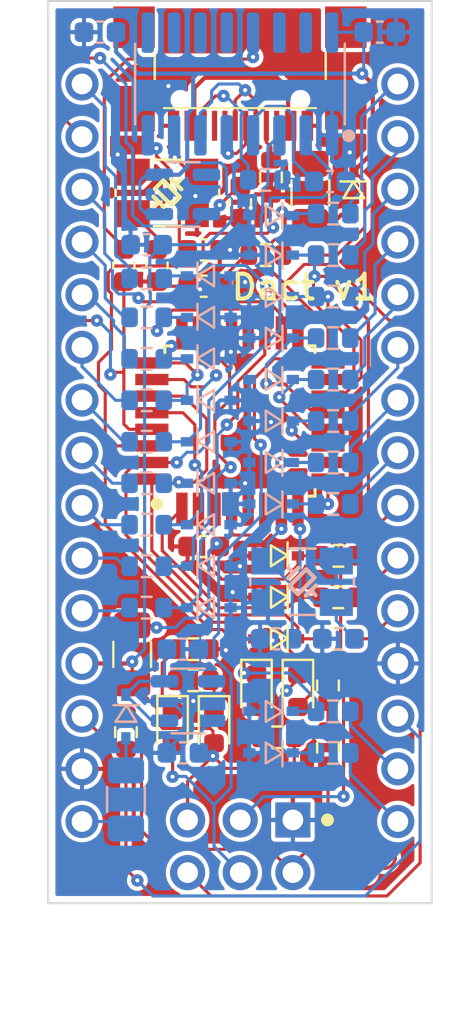
<source format=kicad_pcb>
(kicad_pcb (version 20211014) (generator pcbnew)
  (layers (0 "F.Cu" signal) (31 "B.Cu" signal) (34 "B.Paste" user) (35 "F.Paste" user) (36 "B.SilkS" user "B.Silkscreen") (37 "F.SilkS" user "F.Silkscreen") (38 "B.Mask" user) (39 "F.Mask" user) (44 "Edge.Cuts" user))
  (net 0 "")
  (net 1 "+5V")
  (net 2 "1{slash}TX_B")
  (net 3 "0{slash}RX_B")
  (net 4 "Net-(A1-Pad28)")
  (net 5 "2_B")
  (net 6 "3_B")
  (net 7 "4_B")
  (net 8 "5_B")
  (net 9 "6_B")
  (net 10 "7_B")
  (net 11 "8_B")
  (net 12 "9_B")
  (net 13 "10_B")
  (net 14 "11_B")
  (net 15 "12_B")
  (net 16 "13_B")
  (net 17 "+3.3V")
  (net 18 "AREF")
  (net 19 "A0_B")
  (net 20 "A1_B")
  (net 21 "A2_B")
  (net 22 "A3_B")
  (net 23 "A4_B")
  (net 24 "A5_B")
  (net 25 "A6_B")
  (net 26 "A7_B")
  (net 27 "Net-(A1-Pad30)")
  (net 28 "GND")
  (net 29 "VIN")
  (net 30 "Net-(C8-Pad1)")
  (net 31 "Net-(C9-Pad1)")
  (net 32 "Net-(C10-Pad2)")
  (net 33 "Net-(C12-Pad1)")
  (net 34 "RST")
  (net 35 "0{slash}RX")
  (net 36 "A0")
  (net 37 "A1")
  (net 38 "A2")
  (net 39 "A3")
  (net 40 "A4")
  (net 41 "A5")
  (net 42 "A6")
  (net 43 "A7")
  (net 44 "1{slash}TX")
  (net 45 "2")
  (net 46 "3")
  (net 47 "4")
  (net 48 "5")
  (net 49 "6")
  (net 50 "7")
  (net 51 "8")
  (net 52 "9")
  (net 53 "10")
  (net 54 "11")
  (net 55 "12")
  (net 56 "13")
  (net 57 "Net-(D23-Pad2)")
  (net 58 "Net-(D26-Pad1)")
  (net 59 "Net-(D27-Pad1)")
  (net 60 "Net-(D28-Pad2)")
  (net 61 "Net-(D29-Pad2)")
  (net 62 "Net-(D30-Pad2)")
  (net 63 "Net-(F3-Pad1)")
  (net 64 "Net-(J3-PadB5)")
  (net 65 "Net-(J3-PadA5)")
  (net 67 "Net-(J3-PadA6)")
  (net 68 "Net-(J3-PadA7)")
  (net 79 "Net-(C1-Pad2)")
  (net 80 "Net-(C2-Pad1)")
  (net 81 "Net-(C3-Pad1)")
  (net 82 "Net-(C14-Pad2)")
  (footprint "Resistor_SMD:R_0603_1608Metric" (layer "F.Cu") (at 153.87 85.56 -90)
    (fp_text reference "R32" hide)
    (fp_text value "1kΩ")
  )
  (footprint "Capacitor_SMD:C_0603_1608Metric" (layer "F.Cu") (at 147.87 66.31)
    (fp_text reference "C1" hide)
    (fp_text value "1µF")
  )
  (footprint "LED_SMD:LED_0603_1608Metric" (layer "F.Cu") (at 146.37 87.56 -90)
    (fp_text reference "D26" hide)
    (fp_text value "LED_Small")
  )
  (footprint "Capacitor_SMD:C_0603_1608Metric" (layer "F.Cu") (at 147.87 78.86)
    (fp_text reference "C14" hide)
    (fp_text value "100nF")
  )
  (footprint "Resistor_SMD:R_0603_1608Metric" (layer "F.Cu") (at 147.37 85.31 180)
    (fp_text reference "R31" hide)
    (fp_text value "1kΩ")
  )
  (footprint "DIY:TYPE-C-SMD" (layer "F.Cu") (at 149.51 53.5725 180)
    (fp_text reference "J3" hide)
    (fp_text value "USB_C_Receptacle_USB2.0")
  )
  (footprint "Resistor_SMD:R_0603_1608Metric" (layer "F.Cu") (at 151.42 88.06)
    (fp_text reference "R33" hide)
    (fp_text value "1kΩ")
  )
  (footprint "Package_QFP:TQFP-32_7x7mm_P0.8mm" (layer "F.Cu") (at 149.62 72.81 90)
    (fp_text reference "U1" hide)
    (fp_text value "ATmega328-A")
  )
  (footprint "Resistor_SMD:R_0603_1608Metric" (layer "F.Cu") (at 154.37 83.31)
    (fp_text reference "R11" hide)
    (fp_text value "220Ω")
  )
  (footprint "DIY:SOD323_bättre" (layer "F.Cu") (at 151.37 79.31 180)
    (fp_text reference "D13" hide)
    (fp_text value "Zener_5,1V")
  )
  (footprint "Capacitor_SMD:C_0603_1608Metric" (layer "F.Cu") (at 145.62 65.31 -90)
    (fp_text reference "C9" hide)
    (fp_text value "Crystal_TBD")
  )
  (footprint "DIY:SOD323_bättre" (layer "F.Cu") (at 151.37 81.31 180)
    (fp_text reference "D12" hide)
    (fp_text value "Zener_5,1V")
  )
  (footprint "DIY:SOD323_bättre" (layer "F.Cu") (at 151.37 83.31 180)
    (fp_text reference "D11" hide)
    (fp_text value "Zener_5,1V")
  )
  (footprint "Fuse:Fuse_1206_3216Metric" (layer "F.Cu") (at 144.42 84.06 90)
    (fp_text reference "F1" hide)
    (fp_text value "Polyfuse_200mA")
  )
  (footprint "Fuse:Fuse_1206_3216Metric" (layer "F.Cu") (at 153.02 61.81 -90)
    (fp_text reference "F3" hide)
    (fp_text value "Polyfuse_500mA")
  )
  (footprint "Resistor_SMD:R_0603_1608Metric" (layer "F.Cu") (at 150.87 64.81 180)
    (fp_text reference "R23" hide)
    (fp_text value "10kΩ")
  )
  (footprint "Crystal:Crystal_SMD_5032-4Pin_5.0x3.2mm" (layer "F.Cu") (at 146.12 61.81)
    (fp_text reference "Y2" hide)
    (fp_text value "Crystal_GND24_Small")
  )
  (footprint "Resistor_SMD:R_0603_1608Metric" (layer "F.Cu") (at 154.37 79.31)
    (fp_text reference "R13" hide)
    (fp_text value "220Ω")
  )
  (footprint "Resistor_SMD:R_0603_1608Metric" (layer "F.Cu") (at 147.37 83.81)
    (fp_text reference "R30" hide)
    (fp_text value "1kΩ")
  )
  (footprint "Resistor_SMD:R_0603_1608Metric" (layer "F.Cu") (at 153.87 88.56 90)
    (fp_text reference "R24" hide)
    (fp_text value "10kΩ")
  )
  (footprint "Resistor_SMD:R_0603_1608Metric" (layer "F.Cu") (at 151.12 61.06 -90)
    (fp_text reference "R29" hide)
    (fp_text value "5,1kΩ")
  )
  (footprint "Capacitor_SMD:C_0603_1608Metric" (layer "F.Cu") (at 144.02 65.31 -90)
    (fp_text reference "C12" hide)
    (fp_text value "100nF")
  )
  (footprint "Connector_PinHeader_2.54mm:PinHeader_2x03_P2.54mm_Vertical" (layer "F.Cu") (at 147.095 94.585 90)
    (fp_text reference "J2" hide)
    (fp_text value "Conn_02x03_Odd_Even")
  )
  (footprint "Module:Arduino_Nano" (layer "F.Cu") (at 157.24 92.12 180)
    (fp_text reference "A1" hide)
    (fp_text value "Arduino_Nano_v3.x")
  )
  (footprint "LED_SMD:LED_0603_1608Metric" (layer "F.Cu") (at 150.42 85.81 -90)
    (fp_text reference "D29" hide)
    (fp_text value "LED_Small")
  )
  (footprint "Resistor_SMD:R_0603_1608Metric" (layer "F.Cu") (at 144.12 87.81 90)
    (fp_text reference "R25" hide)
    (fp_text value "1kΩ")
  )
  (footprint "DIY:SOD323_bättre" (layer "F.Cu") (at 155.12 61.81 -90)
    (fp_text reference "D30" hide)
    (fp_text value "D_Schottky")
  )
  (footprint "Capacitor_SMD:C_0603_1608Metric" (layer "F.Cu") (at 147.87 64.56)
    (fp_text reference "C8" hide)
    (fp_text value "Crystal_TBD")
  )
  (footprint "LED_SMD:LED_0603_1608Metric" (layer "F.Cu") (at 152.42 85.81 -90)
    (fp_text reference "D28" hide)
    (fp_text value "LED_Small")
  )
  (footprint "LED_SMD:LED_0603_1608Metric" (layer "F.Cu") (at 148.37 87.56 -90)
    (fp_text reference "D27" hide)
    (fp_text value "LED_Small")
  )
  (footprint "Resistor_SMD:R_0603_1608Metric" (layer "F.Cu") (at 154.37 81.31)
    (fp_text reference "R12" hide)
    (fp_text value "220Ω")
  )
  (footprint "Capacitor_SMD:C_0603_1608Metric" (layer "F.Cu") (at 149.645 62.26 -90)
    (fp_text reference "C7" hide)
    (fp_text value "2,2µf+")
  )
  (footprint "Fuse:Fuse_1206_3216Metric" (layer "B.Cu") (at 144.12 91.06 -90)
    (fp_text reference "F2" hide)
    (fp_text value "Polyfuse_1A")
  )
  (footprint "Resistor_SMD:R_0603_1608Metric" (layer "B.Cu") (at 145.12 77.81 180)
    (fp_text reference "R7" hide)
    (fp_text value "220Ω")
  )
  (footprint "Resistor_SMD:R_0603_1608Metric" (layer "B.Cu") (at 145.12 67.81 180)
    (fp_text reference "R2" hide)
    (fp_text value "220Ω")
  )
  (footprint "Capacitor_SMD:C_0603_1608Metric" (layer "B.Cu") (at 146.87 83.81 180)
    (fp_text reference "C4" hide)
    (fp_text value "1µf+")
  )
  (footprint "Resistor_SMD:R_0603_1608Metric" (layer "B.Cu") (at 145.12 79.81 180)
    (fp_text reference "R8" hide)
    (fp_text value "220Ω")
  )
  (footprint "DIY:SOD323_bättre" (layer "B.Cu") (at 151.12 64.81 180)
    (fp_text reference "D20" hide)
    (fp_text value "Zener_5,1V")
  )
  (footprint "Package_SO:SOIC-16_3.9x9.9mm_P1.27mm" (layer "B.Cu") (at 149.62 56.56 90)
    (fp_text reference "U4" hide)
    (fp_text value "CH340G")
  )
  (footprint "Package_TO_SOT_SMD:SOT-23-5" (layer "B.Cu") (at 146.87 61.885)
    (fp_text reference "U3" hide)
    (fp_text value "LP2985-3.3")
  )
  (footprint "DIY:SOD323_bättre" (layer "B.Cu") (at 148.12 71.81)
    (fp_text reference "D4" hide)
    (fp_text value "Zener_5,1V")
  )
  (footprint "DIY:SOD323_bättre" (layer "B.Cu") (at 148.12 81.81)
    (fp_text reference "D9" hide)
    (fp_text value "Zener_5,1V")
  )
  (footprint "DIY:SOD323_bättre" (layer "B.Cu") (at 148.12 75.81)
    (fp_text reference "D6" hide)
    (fp_text value "Zener_5,1V")
  )
  (footprint "Resistor_SMD:R_0603_1608Metric" (layer "B.Cu") (at 154.12 76.81)
    (fp_text reference "R14" hide)
    (fp_text value "220Ω")
  )
  (footprint "DIY:SOD323_bättre" (layer "B.Cu") (at 151.12 86.81 180)
    (fp_text reference "D1" hide)
    (fp_text value "Zener_5,1V")
  )
  (footprint "Capacitor_SMD:C_0603_1608Metric" (layer "B.Cu") (at 146.87 88.81 180)
    (fp_text reference "C5" hide)
    (fp_text value "2,2µf+")
  )
  (footprint "Resistor_SMD:R_0603_1608Metric" (layer "B.Cu") (at 154.12 72.81)
    (fp_text reference "R16" hide)
    (fp_text value "220Ω")
  )
  (footprint "Resistor_SMD:R_0603_1608Metric" (layer "B.Cu") (at 154.12 74.81)
    (fp_text reference "R15" hide)
    (fp_text value "220Ω")
  )
  (footprint "Capacitor_SMD:C_0603_1608Metric" (layer "B.Cu") (at 145.12 64.31)
    (fp_text reference "C6" hide)
    (fp_text value "1µf+")
  )
  (footprint "Resistor_SMD:R_0603_1608Metric" (layer "B.Cu") (at 154.12 86.81)
    (fp_text reference "R1" hide)
    (fp_text value "220Ω")
  )
  (footprint "DIY:SOD323_bättre" (layer "B.Cu") (at 148.12 67.81)
    (fp_text reference "D2" hide)
    (fp_text value "Zener_5,1V")
  )
  (footprint "Resistor_SMD:R_0603_1608Metric" (layer "B.Cu") (at 154.12 70.81)
    (fp_text reference "R17" hide)
    (fp_text value "220Ω")
  )
  (footprint "Resistor_SMD:R_0603_1608Metric" (layer "B.Cu") (at 145.12 71.81 180)
    (fp_text reference "R4" hide)
    (fp_text value "220Ω")
  )
  (footprint "Capacitor_SMD:C_0603_1608Metric" (layer "B.Cu") (at 153.97 61.26 180)
    (fp_text reference "C10" hide)
    (fp_text value "100nF")
  )
  (footprint "DIY:SOD323_bättre" (layer "B.Cu") (at 151.12 68.81 180)
    (fp_text reference "D18" hide)
    (fp_text value "Zener_5,1V")
  )
  (footprint "Resistor_SMD:R_0603_1608Metric" (layer "B.Cu") (at 150.845 61.185 180)
    (fp_text reference "R28" hide)
    (fp_text value "5,1kΩ")
  )
  (footprint "Capacitor_SMD:C_0603_1608Metric" (layer "B.Cu") (at 151.37 83.31 180)
    (fp_text reference "C2" hide)
    (fp_text value "Crystal_TBD")
  )
  (footprint "DIY:SOD323_bättre" (layer "B.Cu") (at 148.12 77.81)
    (fp_text reference "D7" hide)
    (fp_text value "Zener_5,1V")
  )
  (footprint "DIY:SOD323_bättre" (layer "B.Cu") (at 148.12 65.81)
    (fp_text reference "D22" hide)
    (fp_text value "Zener_5,1V")
  )
  (footprint "Resistor_SMD:R_0603_1608Metric" (layer "B.Cu") (at 145.12 73.81 180)
    (fp_text reference "R5" hide)
    (fp_text value "220Ω")
  )
  (footprint "DIY:SOD323_bättre" (layer "B.Cu") (at 144.12 87.06 -90)
    (fp_text reference "D23" hide)
    (fp_text value "D_Schottky")
  )
  (footprint "Resistor_SMD:R_0603_1608Metric" (layer "B.Cu") (at 145.12 81.81 180)
    (fp_text reference "R9" hide)
    (fp_text value "220Ω")
  )
  (footprint "DIY:SOD323_bättre" (layer "B.Cu") (at 151.12 76.81 180)
    (fp_text reference "D14" hide)
    (fp_text value "Zener_5,1V")
  )
  (footprint "Resistor_SMD:R_0603_1608Metric" (layer "B.Cu") (at 154.12 66.81)
    (fp_text reference "R19" hide)
    (fp_text value "220Ω")
  )
  (footprint "Resistor_SMD:R_0603_1608Metric" (layer "B.Cu") (at 145.12 65.935 180)
    (fp_text reference "R22" hide)
    (fp_text value "220Ω")
  )
  (footprint "Resistor_SMD:R_0603_1608Metric" (layer "B.Cu") (at 154.12 62.81)
    (fp_text reference "R21" hide)
    (fp_text value "220Ω")
  )
  (footprint "DIY:SOD323_bättre" (layer "B.Cu") (at 151.12 72.81 180)
    (fp_text reference "D16" hide)
    (fp_text value "Zener_5,1V")
  )
  (footprint "Capacitor_SMD:C_0603_1608Metric" (layer "B.Cu") (at 154.37 83.31 180)
    (fp_text reference "C3" hide)
    (fp_text value "Crystal_TBD")
  )
  (footprint "Resistor_SMD:R_0603_1608Metric" (layer "B.Cu") (at 154.12 68.81)
    (fp_text reference "R18" hide)
    (fp_text value "220Ω")
  )
  (footprint "DIY:SOD323_bättre" (layer "B.Cu") (at 151.12 66.81 180)
    (fp_text reference "D19" hide)
    (fp_text value "Zener_5,1V")
  )
  (footprint "Resistor_SMD:R_0603_1608Metric" (layer "B.Cu") (at 154.12 88.8125)
    (fp_text reference "R10" hide)
    (fp_text value "220Ω")
  )
  (footprint "DIY:SOD323_bättre" (layer "B.Cu") (at 151.12 62.91 180)
    (fp_text reference "D21" hide)
    (fp_text value "Zener_5,1V")
  )
  (footprint "Resistor_SMD:R_0603_1608Metric" (layer "B.Cu") (at 145.12 69.81 180)
    (fp_text reference "R3" hide)
    (fp_text value "220Ω")
  )
  (footprint "DIY:SOD323_bättre" (layer "B.Cu") (at 151.12 74.81 180)
    (fp_text reference "D15" hide)
    (fp_text value "Zener_5,1V")
  )
  (footprint "DIY:SOD323_bättre" (layer "B.Cu") (at 148.12 79.81)
    (fp_text reference "D8" hide)
    (fp_text value "Zener_5,1V")
  )
  (footprint "DIY:SOD323_bättre" (layer "B.Cu") (at 151.12 70.81 180)
    (fp_text reference "D17" hide)
    (fp_text value "Zener_5,1V")
  )
  (footprint "DIY:SOD323_bättre" (layer "B.Cu") (at 148.12 73.81)
    (fp_text reference "D5" hide)
    (fp_text value "Zener_5,1V")
  )
  (footprint "Package_TO_SOT_SMD:SOT-23-5" (layer "B.Cu") (at 147.12 86.31)
    (fp_text reference "U2" hide)
    (fp_text value "LP2985-5.0")
  )
  (footprint "Resistor_SMD:R_0603_1608Metric" (layer "B.Cu") (at 145.12 75.81 180)
    (fp_text reference "R6" hide)
    (fp_text value "220Ω")
  )
  (footprint "Capacitor_SMD:C_0603_1608Metric" (layer "B.Cu") (at 156.37 54.06 180)
    (fp_text reference "C11" hide)
    (fp_text value "100nF")
  )
  (footprint "DIY:SOD323_bättre" (layer "B.Cu") (at 148.12 69.81)
    (fp_text reference "D3" hide)
    (fp_text value "Zener_5,1V")
  )
  (footprint "DIY:SOD323_bättre" (layer "B.Cu") (at 151.12 88.8125 180)
    (fp_text reference "D10" hide)
    (fp_text value "Zener_5,1V")
  )
  (footprint "Crystal:Crystal_SMD_5032-4Pin_5.0x3.2mm" (layer "B.Cu") (at 152.62 80.56 180)
    (fp_text reference "Y1" hide)
    (fp_text value "Crystal_GND24_Small")
  )
  (footprint "Resistor_SMD:R_0603_1608Metric" (layer "B.Cu") (at 154.12 64.81)
    (fp_text reference "R20" hide)
    (fp_text value "220Ω")
  )
  (footprint "Capacitor_SMD:C_0603_1608Metric" (layer "B.Cu") (at 142.87 54.06 180)
    (fp_text reference "C13" hide)
    (fp_text value "2,2µf+")
  )
  (gr_line (start 155.367243 93.857044) (end 155.391324 93.858485) (layer "F.Cu") (width 0.15))
  (gr_line (start 155.399627 93.103539) (end 155.439745 93.10002) (layer "F.Cu") (width 0.15))
  (gr_line (start 155.928086 93.233414) (end 155.896713 93.218201) (layer "F.Cu") (width 0.15))
  (gr_line (start 156.855674 93.569318) (end 156.928564 93.602241) (layer "F.Cu") (width 0.15))
  (gr_line (start 154.953231 93.233414) (end 154.984606 93.218201) (layer "F.Cu") (width 0.15))
  (gr_line (start 156.213612 93.507502) (end 156.187947 93.538204) (layer "F.Cu") (width 0.15))
  (gr_line (start 155.203434 92.865306) (end 155.179336 92.851404) (layer "F.Cu") (width 0.15))
  (gr_line (start 154.731642 92.819083) (end 154.704355 92.833171) (layer "F.Cu") (width 0.15))
  (gr_line (start 154.248951 94.378503) (end 154.295751 94.38011) (layer "F.Cu") (width 0.15))
  (gr_line (start 155.662703 93.273398) (end 155.679954 93.260617) (layer "F.Cu") (width 0.15))
  (gr_line (start 154.295751 94.38011) (end 154.341991 94.376817) (layer "F.Cu") (width 0.15))
  (gr_line (start 154.719803 93.566968) (end 154.746972 93.593909) (layer "F.Cu") (width 0.15))
  (gr_line (start 155.746309 92.722535) (end 155.755238 92.735125) (layer "F.Cu") (width 0.15))
  (gr_line (start 154.892183 94.804872) (end 154.914911 94.835815) (layer "F.Cu") (width 0.15))
  (gr_line (start 157.118941 93.810477) (end 157.123778 93.840737) (layer "F.Cu") (width 0.15))
  (gr_line (start 156.287115 93.39861) (end 156.262444 93.439825) (layer "F.Cu") (width 0.15))
  (gr_line (start 154.107652 93.540338) (end 154.025732 93.569318) (layer "F.Cu") (width 0.15))
  (gr_line (start 155.140144 93.200138) (end 155.126148 93.182947) (layer "F.Cu") (width 0.15))
  (gr_line (start 155.557054 93.32058) (end 155.58128 93.313552) (layer "F.Cu") (width 0.15))
  (gr_line (start 154.61889 93.439825) (end 154.678482 93.39796) (layer "F.Cu") (width 0.15))
  (gr_line (start 155.865137 93.203724) (end 155.83335 93.190015) (layer "F.Cu") (width 0.15))
  (gr_line (start 155.795171 92.808607) (end 155.795171 92.808607) (layer "F.Cu") (width 0.15))
  (gr_line (start 154.884279 92.779673) (end 154.852019 92.783216) (layer "F.Cu") (width 0.15))
  (gr_line (start 155.286833 94.918159) (end 155.32556 94.90168) (layer "F.Cu") (width 0.15))
  (gr_line (start 156.338745 93.27991) (end 156.325138 93.318592) (layer "F.Cu") (width 0.15))
  (gr_line (start 154.025732 93.569318) (end 153.952842 93.602241) (layer "F.Cu") (width 0.15))
  (gr_line (start 153.96015 94.245535) (end 154.008898 94.284202) (layer "F.Cu") (width 0.15))
  (gr_line (start 156.921255 94.245535) (end 156.872507 94.284202) (layer "F.Cu") (width 0.15))
  (gr_line (start 155.758861 93.814432) (end 155.716537 93.825091) (layer "F.Cu") (width 0.15))
  (gr_line (start 155.439745 93.10002) (end 155.439745 93.10002) (layer "F.Cu") (width 0.15))
  (gr_line (start 156.202882 92.849189) (end 156.227282 92.867074) (layer "F.Cu") (width 0.15))
  (gr_line (start 156.991459 93.639527) (end 157.018856 93.659938) (layer "F.Cu") (width 0.15))
  (gr_line (start 155.358096 93.10844) (end 155.399627 93.103539) (layer "F.Cu") (width 0.15))
  (gr_line (start 155.592378 94.918159) (end 155.55361 94.90168) (layer "F.Cu") (width 0.15))
  (gr_line (start 155.08616 92.808607) (end 155.08616 92.808607) (layer "F.Cu") (width 0.15))
  (gr_line (start 155.988724 94.020467) (end 155.80059 93.802907) (layer "F.Cu") (width 0.15))
  (gr_line (start 154.826412 94.593177) (end 154.832394 94.643048) (layer "F.Cu") (width 0.15))
  (gr_line (start 154.556195 93.318592) (end 154.573363 93.358179) (layer "F.Cu") (width 0.15))
  (gr_line (start 155.101218 92.777073) (end 155.093542 92.792458) (layer "F.Cu") (width 0.15))
  (gr_line (start 155.673415 93.834686) (end 155.629347 93.84302) (layer "F.Cu") (width 0.15))
  (gr_line (start 155.669621 94.938959) (end 155.631128 94.930579) (layer "F.Cu") (width 0.15))
  (gr_line (start 155.423044 93.072631) (end 155.404961 93.046428) (layer "F.Cu") (width 0.15))
  (gr_line (start 155.514068 93.857044) (end 155.489988 93.858485) (layer "F.Cu") (width 0.15))
  (gr_line (start 154.98504 93.757645) (end 155.016697 93.773365) (layer "F.Cu") (width 0.15))
  (gr_line (start 155.881861 94.905499) (end 155.849906 94.920947) (layer "F.Cu") (width 0.15))
  (gr_line (start 154.105859 94.340635) (end 154.153937 94.35913) (layer "F.Cu") (width 0.15))
  (gr_line (start 156.008032 94.770104) (end 155.988072 94.804872) (layer "F.Cu") (width 0.15))
  (gr_line (start 154.536239 93.039524) (end 154.528519 93.070187) (layer "F.Cu") (width 0.15))
  (gr_line (start 154.678482 93.39796) (end 154.738521 93.357713) (layer "F.Cu") (width 0.15))
  (gr_line (start 155.275385 92.914575) (end 155.2516 92.8969) (layer "F.Cu") (width 0.15))
  (gr_line (start 154.944677 94.061674) (end 154.911531 94.140815) (layer "F.Cu") (width 0.15))
  (gr_line (start 156.345092 93.039524) (end 156.352812 93.070187) (layer "F.Cu") (width 0.15))
  (gr_line (start 156.67975 94.371631) (end 156.632456 94.378503) (layer "F.Cu") (width 0.15))
  (gr_line (start 155.163537 92.689202) (end 155.153783 92.699763) (layer "F.Cu") (width 0.15))
  (gr_line (start 154.89214 93.705307) (end 154.922716 93.723732) (layer "F.Cu") (width 0.15))
  (gr_line (start 154.940277 94.862913) (end 154.968043 94.886148) (layer "F.Cu") (width 0.15))
  (gr_line (start 154.746972 93.593909) (end 154.774825 93.619143) (layer "F.Cu") (width 0.15))
  (gr_line (start 155.80059 93.802907) (end 155.852316 93.892701) (layer "F.Cu") (width 0.15))
  (gr_line (start 155.052164 92.797509) (end 155.018137 92.789001) (layer "F.Cu") (width 0.15))
  (gr_line (start 155.741122 93.200138) (end 155.755221 93.182947) (layer "F.Cu") (width 0.15))
  (gr_line (start 155.016183 93.203724) (end 155.047972 93.190015) (layer "F.Cu") (width 0.15))
  (gr_line (start 153.911314 94.199415) (end 153.96015 94.245535) (layer "F.Cu") (width 0.15))
  (gr_line (start 153.838013 93.681599) (end 153.816458 93.70456) (layer "F.Cu") (width 0.15))
  (gr_line (start 156.091488 92.796931) (end 156.121149 92.806982) (layer "F.Cu") (width 0.15))
  (gr_line (start 154.432519 94.356989) (end 154.476672 94.341185) (layer "F.Cu") (width 0.15))
  (gr_line (start 155.080769 93.802907) (end 155.122445 93.814432) (layer "F.Cu") (width 0.15))
  (gr_line (start 155.77219 92.762359) (end 155.780194 92.777039) (layer "F.Cu") (width 0.15))
  (gr_line (start 156.271045 92.908209) (end 156.290153 92.931337) (layer "F.Cu") (width 0.15))
  (gr_line (start 155.108687 92.817369) (end 155.08616 92.808607) (layer "F.Cu") (width 0.15))
  (gr_line (start 157.047132 94.100801) (end 157.018948 94.145477) (layer "F.Cu") (width 0.15))
  (gr_line (start 156.054092 94.482273) (end 156.05638 94.539579) (layer "F.Cu") (width 0.15))
  (gr_line (start 154.008898 94.284202) (end 154.05749 94.31578) (layer "F.Cu") (width 0.15))
  (gr_line (start 153.776538 93.97848) (end 153.791434 94.017355) (layer "F.Cu") (width 0.15))
  (gr_line (start 154.842198 94.689173) (end 154.85559 94.731531) (layer "F.Cu") (width 0.15))
  (gr_line (start 157.123778 93.840737) (end 157.124911 93.872615) (layer "F.Cu") (width 0.15))
  (gr_line (start 155.492729 92.582917) (end 155.519009 92.587143) (layer "F.Cu") (width 0.15))
  (gr_line (start 154.39794 93.472839) (end 154.294721 93.49252) (layer "F.Cu") (width 0.15))
  (gr_line (start 155.209701 94.938959) (end 155.248134 94.930579) (layer "F.Cu") (width 0.15))
  (gr_line (start 155.456491 93.072631) (end 155.47463 93.046428) (layer "F.Cu") (width 0.15))
  (gr_line (start 155.852316 93.892701) (end 155.897598 93.978963) (layer "F.Cu") (width 0.15))
  (gr_line (start 153.862457 94.145477) (end 153.911314 94.199415) (layer "F.Cu") (width 0.15))
  (gr_line (start 156.052837 94.087864) (end 155.988724 94.020467) (layer "F.Cu") (width 0.15))
  (gr_line (start 155.080817 93.802907) (end 155.080817 93.802907) (layer "F.Cu") (width 0.15))
  (gr_line (start 154.591177 92.931337) (end 154.574091 92.956094) (layer "F.Cu") (width 0.15))
  (gr_line (start 155.629347 93.84302) (end 155.584185 93.849895) (layer "F.Cu") (width 0.15))
  (gr_line (start 154.803313 93.642785) (end 154.832393 93.664949) (layer "F.Cu") (width 0.15))
  (gr_line (start 154.92205 93.249328) (end 154.953231 93.233414) (layer "F.Cu") (width 0.15))
  (gr_line (start 155.217521 93.273398) (end 155.200507 93.260617) (layer "F.Cu") (width 0.15))
  (gr_line (start 155.364079 94.881122) (end 155.402153 94.856466) (layer "F.Cu") (width 0.15))
  (gr_line (start 155.863193 92.789001) (end 155.897123 92.783023) (layer "F.Cu") (width 0.15))
  (gr_line (start 156.077998 93.642785) (end 156.048918 93.664949) (layer "F.Cu") (width 0.15))
  (gr_line (start 154.201657 94.371631) (end 154.248951 94.378503) (layer "F.Cu") (width 0.15))
  (gr_line (start 155.927612 93.741139) (end 155.896268 93.757645) (layer "F.Cu") (width 0.15))
  (gr_line (start 155.795171 92.808607) (end 155.829166 92.797509) (layer "F.Cu") (width 0.15))
  (gr_line (start 155.439773 93.10002) (end 155.456491 93.072631) (layer "F.Cu") (width 0.15))
  (gr_line (start 155.16477 93.825091) (end 155.207893 93.834686) (layer "F.Cu") (width 0.15))
  (gr_line (start 156.318989 94.299617) (end 156.27753 94.274583) (layer "F.Cu") (width 0.15))
  (gr_line (start 155.194305 92.66113) (end 155.183807 92.669905) (layer "F.Cu") (width 0.15))
  (gr_line (start 155.697491 92.669183) (end 155.70778 92.678631) (layer "F.Cu") (width 0.15))
  (gr_line (start 155.619148 92.618248) (end 155.642569 92.630257) (layer "F.Cu") (width 0.15))
  (gr_line (start 154.521842 93.169893) (end 154.52554 93.2055) (layer "F.Cu") (width 0.15))
  (gr_line (start 153.920084 93.620312) (end 153.889947 93.639527) (layer "F.Cu") (width 0.15))
  (gr_line (start 155.80059 93.802907) (end 155.80059 93.802907) (layer "F.Cu") (width 0.15))
  (gr_line (start 155.063374 94.932473) (end 155.098371 94.940056) (layer "F.Cu") (width 0.15))
  (gr_line (start 155.41579 93.859413) (end 155.440659 93.859804) (layer "F.Cu") (width 0.15))
  (gr_line (start 155.018137 92.789001) (end 154.984206 92.783023) (layer "F.Cu") (width 0.15))
  (gr_line (start 155.466097 92.579837) (end 155.492729 92.582917) (layer "F.Cu") (width 0.15))
  (gr_line (start 155.832684 93.788414) (end 155.800535 93.802907) (layer "F.Cu") (width 0.15))
  (gr_line (start 155.725746 92.838775) (end 155.749433 92.827428) (layer "F.Cu") (width 0.15))
  (gr_line (start 153.770888 93.781782) (end 153.762465 93.810477) (layer "F.Cu") (width 0.15))
  (gr_line (start 155.997049 92.779673) (end 156.02931 92.783216) (layer "F.Cu") (width 0.15))
  (gr_line (start 156.19778 94.21784) (end 156.122703 94.154628) (layer "F.Cu") (width 0.15))
  (gr_line (start 154.667698 93.507502) (end 154.693363 93.538204) (layer "F.Cu") (width 0.15))
  (gr_line (start 154.618919 93.439825) (end 154.506327 93.455414) (layer "F.Cu") (width 0.15))
  (gr_line (start 154.197637 93.514879) (end 154.107652 93.540338) (layer "F.Cu") (width 0.15))
  (gr_line (start 155.189623 93.141206) (end 155.230916 93.131104) (layer "F.Cu") (width 0.15))
  (gr_line (start 154.922716 93.723732) (end 154.953698 93.741139) (layer "F.Cu") (width 0.15))
  (gr_line (start 155.936672 94.061674) (end 155.969776 94.140815) (layer "F.Cu") (width 0.15))
  (gr_line (start 155.465524 93.859413) (end 155.440657 93.859804) (layer "F.Cu") (width 0.15))
  (gr_line (start 155.521701 93.10844) (end 155.479965 93.103539) (layer "F.Cu") (width 0.15))
  (gr_line (start 155.519009 92.587143) (end 155.544865 92.592653) (layer "F.Cu") (width 0.15))
  (gr_line (start 156.106486 93.619143) (end 156.077998 93.642785) (layer "F.Cu") (width 0.15))
  (gr_line (start 154.789841 92.796931) (end 154.76018 92.806982) (layer "F.Cu") (width 0.15))
  (gr_line (start 155.315741 93.114689) (end 155.358096 93.10844) (layer "F.Cu") (width 0.15))
  (gr_line (start 155.696268 93.246847) (end 155.711799 93.232142) (layer "F.Cu") (width 0.15))
  (gr_line (start 155.171772 94.943319) (end 155.209701 94.938959) (layer "F.Cu") (width 0.15))
  (gr_line (start 155.144296 92.710956) (end 155.135087 92.722801) (layer "F.Cu") (width 0.15))
  (gr_line (start 153.76583 93.941434) (end 153.776538 93.97848) (layer "F.Cu") (width 0.15))
  (gr_line (start 155.2516 92.8969) (end 155.227569 92.880474) (layer "F.Cu") (width 0.15))
  (gr_line (start 154.532412 93.242192) (end 154.542588 93.27991) (layer "F.Cu") (width 0.15))
  (gr_line (start 154.05749 94.31578) (end 154.105859 94.340635) (layer "F.Cu") (width 0.15))
  (gr_line (start 155.112222 93.165036) (end 155.13074 93.158635) (layer "F.Cu") (width 0.15))
  (gr_line (start 155.939764 94.862913) (end 155.911893 94.886148) (layer "F.Cu") (width 0.15))
  (gr_line (start 154.506327 93.455414) (end 154.39794 93.472839) (layer "F.Cu") (width 0.15))
  (gr_line (start 155.642569 92.630257) (end 155.665197 92.644233) (layer "F.Cu") (width 0.15))
  (gr_line (start 155.109221 92.762434) (end 155.101218 92.777073) (layer "F.Cu") (width 0.15))
  (gr_line (start 155.255017 93.295776) (end 155.235636 93.285135) (layer "F.Cu") (width 0.15))
  (gr_line (start 154.950501 92.779516) (end 154.917149 92.77842) (layer "F.Cu") (width 0.15))
  (gr_line (start 155.29878 92.933492) (end 155.275385 92.914575) (layer "F.Cu") (width 0.15))
  (gr_line (start 155.755221 93.182947) (end 155.769147 93.165036) (layer "F.Cu") (width 0.15))
  (gr_line (start 154.573363 93.358179) (end 154.594218 93.39861) (layer "F.Cu") (width 0.15))
  (gr_line (start 156.176974 92.833171) (end 156.202882 92.849189) (layer "F.Cu") (width 0.15))
  (gr_line (start 155.896713 93.218201) (end 155.865137 93.203724) (layer "F.Cu") (width 0.15))
  (gr_line (start 155.707619 94.943319) (end 155.669621 94.938959) (layer "F.Cu") (width 0.15))
  (gr_line (start 156.134338 93.593909) (end 156.106486 93.619143) (layer "F.Cu") (width 0.15))
  (gr_line (start 155.321646 92.953642) (end 155.29878 92.933492) (layer "F.Cu") (width 0.15))
  (gr_line (start 155.515061 94.881122) (end 155.476969 94.856466) (layer "F.Cu") (width 0.15))
  (gr_line (start 155.184429 93.246847) (end 155.169119 93.232142) (layer "F.Cu") (width 0.15))
  (gr_line (start 153.862549 93.659938) (end 153.838013 93.681599) (layer "F.Cu") (width 0.15))
  (gr_line (start 156.01903 94.288306) (end 156.035655 94.356617) (layer "F.Cu") (width 0.15))
  (gr_line (start 155.402153 94.856466) (end 155.439544 94.827692) (layer "F.Cu") (width 0.15))
  (gr_line (start 156.683768 93.514879) (end 156.773754 93.540338) (layer "F.Cu") (width 0.15))
  (gr_line (start 155.988072 94.804872) (end 155.965236 94.835815) (layer "F.Cu") (width 0.15))
  (gr_line (start 155.686959 92.660312) (end 155.697491 92.669183) (layer "F.Cu") (width 0.15))
  (gr_line (start 155.731389 93.152527) (end 155.691424 93.141206) (layer "F.Cu") (width 0.15))
  (gr_line (start 156.775547 94.340635) (end 156.727469 94.35913) (layer "F.Cu") (width 0.15))
  (gr_line (start 154.678447 92.849189) (end 154.654047 92.867074) (layer "F.Cu") (width 0.15))
  (gr_line (start 155.737089 92.710608) (end 155.746309 92.722535) (layer "F.Cu") (width 0.15))
  (gr_line (start 154.528519 93.070187) (end 154.52346 93.102177) (layer "F.Cu") (width 0.15))
  (gr_line (start 153.757628 93.840737) (end 153.756495 93.872615) (layer "F.Cu") (width 0.15))
  (gr_line (start 155.749433 92.827428) (end 155.772623 92.817369) (layer "F.Cu") (width 0.15))
  (gr_line (start 156.250046 92.886767) (end 156.271045 92.908209) (layer "F.Cu") (width 0.15))
  (gr_line (start 157.070767 94.058112) (end 157.047132 94.100801) (layer "F.Cu") (width 0.15))
  (gr_line (start 155.238479 92.631421) (end 155.215975 92.645235) (layer "F.Cu") (width 0.15))
  (gr_line (start 155.800535 93.802907) (end 155.800535 93.802907) (layer "F.Cu") (width 0.15))
  (gr_line (start 155.47463 93.046428) (end 155.494042 93.02142) (layer "F.Cu") (width 0.15))
  (gr_line (start 156.872507 94.284202) (end 156.823915 94.31578) (layer "F.Cu") (width 0.15))
  (gr_line (start 155.676191 92.652001) (end 155.686959 92.660312) (layer "F.Cu") (width 0.15))
  (gr_line (start 155.122445 93.814432) (end 155.16477 93.825091) (layer "F.Cu") (width 0.15))
  (gr_line (start 155.40718 93.33358) (end 155.37672 93.330648) (layer "F.Cu") (width 0.15))
  (gr_line (start 154.758704 94.154628) (end 154.828569 94.087864) (layer "F.Cu") (width 0.15))
  (gr_line (start 155.016697 93.773365) (end 155.048622 93.788414) (layer "F.Cu") (width 0.15))
  (gr_line (start 154.891054 93.265912) (end 154.92205 93.249328) (layer "F.Cu") (width 0.15))
  (gr_line (start 155.134583 94.943678) (end 155.171772 94.943319) (layer "F.Cu") (width 0.15))
  (gr_line (start 155.86461 93.773365) (end 155.832684 93.788414) (layer "F.Cu") (width 0.15))
  (gr_line (start 157.110518 93.781782) (end 157.118941 93.810477) (layer "F.Cu") (width 0.15))
  (gr_line (start 154.76018 92.806982) (end 154.731642 92.819083) (layer "F.Cu") (width 0.15))
  (gr_line (start 156.970091 94.199415) (end 156.921255 94.245535) (layer "F.Cu") (width 0.15))
  (gr_line (start 155.235636 93.285135) (end 155.217521 93.273398) (layer "F.Cu") (width 0.15))
  (gr_line (start 155.716537 93.825091) (end 155.673415 93.834686) (layer "F.Cu") (width 0.15))
  (gr_line (start 155.772623 92.817369) (end 155.795171 92.808607) (layer "F.Cu") (width 0.15))
  (gr_line (start 156.02931 92.783216) (end 156.060832 92.788989) (layer "F.Cu") (width 0.15))
  (gr_line (start 154.738521 93.357713) (end 154.799081 93.319349) (layer "F.Cu") (width 0.15))
  (gr_line (start 155.691424 93.141206) (end 155.64984 93.131104) (layer "F.Cu") (width 0.15))
  (gr_line (start 155.677476 92.865306) (end 155.701712 92.851404) (layer "F.Cu") (width 0.15))
  (gr_line (start 155.990264 93.265912) (end 155.959267 93.249328) (layer "F.Cu") (width 0.15))
  (gr_line (start 155.179336 92.851404) (end 155.155418 92.838775) (layer "F.Cu") (width 0.15))
  (gr_line (start 155.479965 93.103539) (end 155.43977 93.10002) (layer "F.Cu") (width 0.15))
  (gr_line (start 155.43977 93.10002) (end 155.43977 93.10002) (layer "F.Cu") (width 0.15))
  (gr_line (start 155.047972 93.190015) (end 155.079982 93.177108) (layer "F.Cu") (width 0.15))
  (gr_line (start 155.628991 92.8969) (end 155.653186 92.880474) (layer "F.Cu") (width 0.15))
  (gr_line (start 155.285679 92.609432) (end 155.26174 92.619537) (layer "F.Cu") (width 0.15))
  (gr_line (start 155.251961 93.84302) (end 155.297123 93.849895) (layer "F.Cu") (width 0.15))
  (gr_line (start 155.155418 92.838775) (end 155.131821 92.827428) (layer "F.Cu") (width 0.15))
  (gr_line (start 155.439169 92.577766) (end 155.412805 92.580348) (layer "F.Cu") (width 0.15))
  (gr_line (start 153.782775 93.754599) (end 153.770888 93.781782) (layer "F.Cu") (width 0.15))
  (gr_line (start 156.773754 93.540338) (end 156.855674 93.569318) (layer "F.Cu") (width 0.15))
  (gr_line (start 156.060832 92.788989) (end 156.091488 92.796931) (layer "F.Cu") (width 0.15))
  (gr_line (start 155.64984 93.131104) (end 155.607271 93.122255) (layer "F.Cu") (width 0.15))
  (gr_line (start 156.054364 94.593177) (end 156.048284 94.643048) (layer "F.Cu") (width 0.15))
  (gr_line (start 156.585655 94.38011) (end 156.539415 94.376817) (layer "F.Cu") (width 0.15))
  (gr_line (start 155.514579 92.997615) (end 155.536095 92.975019) (layer "F.Cu") (width 0.15))
  (gr_line (start 155.34852 93.326296) (end 155.322416 93.32058) (layer "F.Cu") (width 0.15))
  (gr_line (start 155.476969 94.856466) (end 155.439573 94.827692) (layer "F.Cu") (width 0.15))
  (gr_line (start 155.564347 93.114689) (end 155.521701 93.10844) (layer "F.Cu") (width 0.15))
  (gr_line (start 155.27583 93.305266) (end 155.255017 93.295776) (layer "F.Cu") (width 0.15))
  (gr_line (start 154.631284 92.886767) (end 154.610284 92.908209) (layer "F.Cu") (width 0.15))
  (gr_line (start 154.983783 93.978963) (end 154.944677 94.061674) (layer "F.Cu") (width 0.15))
  (gr_line (start 153.759189 93.906163) (end 153.76583 93.941434) (layer "F.Cu") (width 0.15))
  (gr_line (start 157.089972 94.017355) (end 157.070767 94.058112) (layer "F.Cu") (width 0.15))
  (gr_line (start 155.896268 93.757645) (end 155.86461 93.773365) (layer "F.Cu") (width 0.15))
  (gr_line (start 155.112222 93.165036) (end 155.112222 93.165036) (layer "F.Cu") (width 0.15))
  (gr_line (start 156.334837 93.010247) (end 156.345092 93.039524) (layer "F.Cu") (width 0.15))
  (gr_line (start 154.610284 92.908209) (end 154.591177 92.931337) (layer "F.Cu") (width 0.15))
  (gr_line (start 155.502888 93.330648) (end 155.530975 93.326296) (layer "F.Cu") (width 0.15))
  (gr_line (start 156.019294 93.685752) (end 155.98917 93.705307) (layer "F.Cu") (width 0.15))
  (gr_line (start 155.83335 93.190015) (end 155.801342 93.177108) (layer "F.Cu") (width 0.15))
  (gr_line (start 155.769106 93.165036) (end 155.750568 93.158635) (layer "F.Cu") (width 0.15))
  (gr_line (start 155.080817 93.802907) (end 155.029083 93.892701) (layer "F.Cu") (width 0.15))
  (gr_line (start 154.820497 92.788989) (end 154.789841 92.796931) (layer "F.Cu") (width 0.15))
  (gr_line (start 156.149687 92.819083) (end 156.176974 92.833171) (layer "F.Cu") (width 0.15))
  (gr_line (start 154.153937 94.35913) (end 154.201657 94.371631) (layer "F.Cu") (width 0.15))
  (gr_line (start 155.605037 92.914575) (end 155.628991 92.8969) (layer "F.Cu") (width 0.15))
  (gr_line (start 155.530975 93.326296) (end 155.557054 93.32058) (layer "F.Cu") (width 0.15))
  (gr_line (start 156.187947 93.538204) (end 156.161507 93.566968) (layer "F.Cu") (width 0.15))
  (gr_line (start 156.035655 94.356617) (end 156.047263 94.421279) (layer "F.Cu") (width 0.15))
  (gr_line (start 154.892683 94.020467) (end 155.080817 93.802907) (layer "F.Cu") (width 0.15))
  (gr_line (start 156.36014 93.135432) (end 156.35949 93.169893) (layer "F.Cu") (width 0.15))
  (gr_line (start 156.539415 94.376817) (end 156.493804 94.368988) (layer "F.Cu") (width 0.15))
  (gr_line (start 155.08616 92.808607) (end 155.052164 92.797509) (layer "F.Cu") (width 0.15))
  (gr_line (start 155.343838 92.975019) (end 155.321646 92.953642) (layer "F.Cu") (width 0.15))
  (gr_line (start 156.237105 94.247202) (end 156.19778 94.21784) (layer "F.Cu") (width 0.15))
  (gr_line (start 155.173548 92.679256) (end 155.163537 92.689202) (layer "F.Cu") (width 0.15))
  (gr_line (start 157.018856 93.659938) (end 157.043393 93.681599) (layer "F.Cu") (width 0.15))
  (gr_line (start 155.607271 93.122255) (end 155.564347 93.114689) (layer "F.Cu") (width 0.15))
  (gr_line (start 154.603877 94.274583) (end 154.644302 94.247202) (layer "F.Cu") (width 0.15))
  (gr_line (start 155.273151 93.122255) (end 155.315741 93.114689) (layer "F.Cu") (width 0.15))
  (gr_line (start 154.774825 93.619143) (end 154.803313 93.642785) (layer "F.Cu") (width 0.15))
  (gr_line (start 155.595008 92.608068) (end 155.619148 92.618248) (layer "F.Cu") (width 0.15))
  (gr_line (start 154.984606 93.218201) (end 155.016183 93.203724) (layer "F.Cu") (width 0.15))
  (gr_line (start 154.559154 92.982417) (end 154.546494 93.010247) (layer "F.Cu") (width 0.15))
  (gr_line (start 155.322416 93.32058) (end 155.298241 93.313552) (layer "F.Cu") (width 0.15))
  (gr_line (start 155.20503 92.652913) (end 155.194305 92.66113) (layer "F.Cu") (width 0.15))
  (gr_line (start 157.083401 93.728876) (end 157.098631 93.754599) (layer "F.Cu") (width 0.15))
  (gr_line (start 155.544865 92.592653) (end 155.570223 92.599582) (layer "F.Cu") (width 0.15))
  (gr_line (start 155.763869 92.748394) (end 155.77219 92.762359) (layer "F.Cu") (width 0.15))
  (gr_line (start 156.961321 93.620312) (end 156.991459 93.639527) (layer "F.Cu") (width 0.15))
  (gr_line (start 155.631128 94.930579) (end 155.592378 94.918159) (layer "F.Cu") (width 0.15))
  (gr_line (start 155.32556 94.90168) (end 155.364079 94.881122) (layer "F.Cu") (width 0.15))
  (gr_line (start 155.711799 93.232142) (end 155.726699 93.216554) (layer "F.Cu") (width 0.15))
  (gr_line (start 157.124911 93.872615) (end 157.122217 93.906163) (layer "F.Cu") (width 0.15))
  (gr_line (start 155.472642 93.33358) (end 155.502888 93.330648) (layer "F.Cu") (width 0.15))
  (gr_line (start 157.043393 93.681599) (end 157.064948 93.70456) (layer "F.Cu") (width 0.15))
  (gr_line (start 155.098371 94.940056) (end 155.134583 94.943678) (layer "F.Cu") (width 0.15))
  (gr_line (start 155.787871 92.792449) (end 155.795212 92.808607) (layer "F.Cu") (width 0.15))
  (gr_line (start 155.169119 93.232142) (end 155.154413 93.216554) (layer "F.Cu") (width 0.15))
  (gr_line (start 155.584185 93.849895) (end 155.561148 93.852725) (layer "F.Cu") (width 0.15))
  (gr_line (start 156.307971 93.358179) (end 156.287115 93.39861) (layer "F.Cu") (width 0.15))
  (gr_line (start 154.642854 93.474748) (end 154.667698 93.507502) (layer "F.Cu") (width 0.15))
  (gr_line (start 154.872331 94.770104) (end 154.892183 94.804872) (layer "F.Cu") (width 0.15))
  (gr_line (start 155.801342 93.177108) (end 155.769106 93.165036) (layer "F.Cu") (width 0.15))
  (gr_line (start 154.521192 93.135432) (end 154.521842 93.169893) (layer "F.Cu") (width 0.15))
  (gr_line (start 155.343528 93.855116) (end 155.367243 93.857044) (layer "F.Cu") (width 0.15))
  (gr_line (start 154.562418 94.299617) (end 154.603877 94.274583) (layer "F.Cu") (width 0.15))
  (gr_line (start 156.122703 94.154628) (end 156.052837 94.087864) (layer "F.Cu") (width 0.15))
  (gr_line (start 156.325138 93.318592) (end 156.307971 93.358179) (layer "F.Cu") (width 0.15))
  (gr_line (start 155.154413 93.216554) (end 155.140144 93.200138) (layer "F.Cu") (width 0.15))
  (gr_line (start 155.58128 93.313552) (end 155.603805 93.305266) (layer "F.Cu") (width 0.15))
  (gr_line (start 156.202846 93.39796) (end 156.142802 93.357713) (layer "F.Cu") (width 0.15))
  (gr_line (start 155.829166 92.797509) (end 155.863193 92.789001) (layer "F.Cu") (width 0.15))
  (gr_line (start 153.889947 93.639527) (end 153.862549 93.659938) (layer "F.Cu") (width 0.15))
  (gr_line (start 156.021085 93.283133) (end 155.990264 93.265912) (layer "F.Cu") (width 0.15))
  (gr_line (start 154.832394 94.643048) (end 154.842198 94.689173) (layer "F.Cu") (width 0.15))
  (gr_line (start 155.536095 92.975019) (end 155.558441 92.953642) (layer "F.Cu") (width 0.15))
  (gr_line (start 155.653186 92.880474) (end 155.677476 92.865306) (layer "F.Cu") (width 0.15))
  (gr_line (start 155.391324 93.858485) (end 155.41579 93.859413) (layer "F.Cu") (width 0.15))
  (gr_line (start 154.52554 93.2055) (end 154.532412 93.242192) (layer "F.Cu") (width 0.15))
  (gr_line (start 154.845468 94.356617) (end 154.833783 94.421279) (layer "F.Cu") (width 0.15))
  (gr_line (start 156.262433 93.439825) (end 156.238456 93.474748) (layer "F.Cu") (width 0.15))
  (gr_line (start 156.290153 92.931337) (end 156.307239 92.956094) (layer "F.Cu") (width 0.15))
  (gr_line (start 156.586684 93.49252) (end 156.683768 93.514879) (layer "F.Cu") (width 0.15))
  (gr_line (start 155.149862 93.152527) (end 155.189623 93.141206) (layer "F.Cu") (width 0.15))
  (gr_line (start 155.769106 93.165036) (end 155.769106 93.165036) (layer "F.Cu") (width 0.15))
  (gr_line (start 155.11754 92.748521) (end 155.109221 92.762434) (layer "F.Cu") (width 0.15))
  (gr_line (start 154.852019 92.783216) (end 154.820497 92.788989) (layer "F.Cu") (width 0.15))
  (gr_line (start 155.153783 92.699763) (end 155.144296 92.710956) (layer "F.Cu") (width 0.15))
  (gr_line (start 156.121149 92.806982) (end 156.149687 92.819083) (layer "F.Cu") (width 0.15))
  (gr_line (start 155.385638 93.02142) (end 155.365217 92.997615) (layer "F.Cu") (width 0.15))
  (gr_line (start 155.310218 92.600958) (end 155.285679 92.609432) (layer "F.Cu") (width 0.15))
  (gr_line (start 155.200507 93.260617) (end 155.184429 93.246847) (layer "F.Cu") (width 0.15))
  (gr_line (start 155.439187 92.577766) (end 155.466097 92.579837) (layer "F.Cu") (width 0.15))
  (gr_line (start 153.762465 93.810477) (end 153.757628 93.840737) (layer "F.Cu") (width 0.15))
  (gr_line (start 156.27753 94.274583) (end 156.237105 94.247202) (layer "F.Cu") (width 0.15))
  (gr_line (start 154.52346 93.102177) (end 154.521192 93.135432) (layer "F.Cu") (width 0.15))
  (gr_line (start 155.744885 94.943678) (end 155.707619 94.943319) (layer "F.Cu") (width 0.15))
  (gr_line (start 156.02488 94.731531) (end 156.008032 94.770104) (layer "F.Cu") (width 0.15))
  (gr_line (start 155.726699 93.216554) (end 155.741122 93.200138) (layer "F.Cu") (width 0.15))
  (gr_line (start 156.357871 93.102177) (end 156.36014 93.135432) (layer "F.Cu") (width 0.15))
  (gr_line (start 154.644302 94.247202) (end 154.683627 94.21784) (layer "F.Cu") (width 0.15))
  (gr_line (start 154.968043 94.886148) (end 154.997973 94.905499) (layer "F.Cu") (width 0.15))
  (gr_line (start 156.262486 93.439825) (end 156.375077 93.455414) (layer "F.Cu") (width 0.15))
  (gr_line (start 155.701712 92.851404) (end 155.725746 92.838775) (layer "F.Cu") (width 0.15))
  (gr_line (start 155.131821 92.827428) (end 155.108687 92.817369) (layer "F.Cu") (width 0.15))
  (gr_line (start 154.387603 94.368988) (end 154.432519 94.356989) (layer "F.Cu") (width 0.15))
  (gr_line (start 154.519994 94.321939) (end 154.562418 94.299617) (layer "F.Cu") (width 0.15))
  (gr_line (start 153.791434 94.017355) (end 153.810639 94.058112) (layer "F.Cu") (width 0.15))
  (gr_line (start 155.215975 92.645235) (end 155.20503 92.652913) (layer "F.Cu") (width 0.15))
  (gr_line (start 154.654047 92.867074) (end 154.631284 92.886767) (layer "F.Cu") (width 0.15))
  (gr_line (start 157.115576 93.941434) (end 157.104868 93.97848) (layer "F.Cu") (width 0.15))
  (gr_line (start 154.997973 94.905499) (end 155.029829 94.920947) (layer "F.Cu") (width 0.15))
  (gr_line (start 154.833783 94.421279) (end 154.82687 94.482273) (layer "F.Cu") (width 0.15))
  (gr_line (start 155.98917 93.705307) (end 155.958594 93.723732) (layer "F.Cu") (width 0.15))
  (gr_line (start 155.964179 92.77842) (end 155.997049 92.779673) (layer "F.Cu") (width 0.15))
  (gr_line (start 156.483465 93.472839) (end 156.586684 93.49252) (layer "F.Cu") (width 0.15))
  (gr_line (start 154.546494 93.010247) (end 154.536239 93.039524) (layer "F.Cu") (width 0.15))
  (gr_line (start 155.048622 93.788414) (end 155.080769 93.802907) (layer "F.Cu") (width 0.15))
  (gr_line (start 154.294721 93.49252) (end 154.197637 93.514879) (layer "F.Cu") (width 0.15))
  (gr_line (start 157.018948 94.145477) (end 156.970091 94.199415) (layer "F.Cu") (width 0.15))
  (gr_line (start 154.911531 94.140815) (end 154.884105 94.216365) (layer "F.Cu") (width 0.15))
  (gr_line (start 155.26174 92.619537) (end 155.238479 92.631421) (layer "F.Cu") (width 0.15))
  (gr_line (start 155.911893 94.886148) (end 155.881861 94.905499) (layer "F.Cu") (width 0.15))
  (gr_line (start 154.341991 94.376817) (end 154.387603 94.368988) (layer "F.Cu") (width 0.15))
  (gr_line (start 155.849906 94.920947) (end 155.816267 94.932473) (layer "F.Cu") (width 0.15))
  (gr_line (start 155.55361 94.90168) (end 155.515061 94.881122) (layer "F.Cu") (width 0.15))
  (gr_line (start 155.558441 92.953642) (end 155.581471 92.933492) (layer "F.Cu") (width 0.15))
  (gr_line (start 156.35949 93.169893) (end 156.355793 93.2055) (layer "F.Cu") (width 0.15))
  (gr_line (start 153.952842 93.602241) (end 153.920084 93.620312) (layer "F.Cu") (width 0.15))
  (gr_line (start 154.984206 92.783023) (end 154.950501 92.779516) (layer "F.Cu") (width 0.15))
  (gr_line (start 155.439744 93.10002) (end 155.423044 93.072631) (layer "F.Cu") (width 0.15))
  (gr_line (start 156.161507 93.566968) (end 156.134338 93.593909) (layer "F.Cu") (width 0.15))
  (gr_line (start 156.361413 94.321939) (end 156.318989 94.299617) (layer "F.Cu") (width 0.15))
  (gr_line (start 155.897123 92.783023) (end 155.930828 92.779516) (layer "F.Cu") (width 0.15))
  (gr_line (start 154.799081 93.319349) (end 154.860233 93.283133) (layer "F.Cu") (width 0.15))
  (gr_line (start 156.448888 94.356989) (end 156.404735 94.341185) (layer "F.Cu") (width 0.15))
  (gr_line (start 155.603805 93.305266) (end 155.624782 93.295776) (layer "F.Cu") (width 0.15))
  (gr_line (start 155.079982 93.177108) (end 155.112222 93.165036) (layer "F.Cu") (width 0.15))
  (gr_line (start 155.644364 93.285135) (end 155.662703 93.273398) (layer "F.Cu") (width 0.15))
  (gr_line (start 156.262444 93.439825) (end 156.262444 93.439825) (layer "F.Cu") (width 0.15))
  (gr_line (start 155.581471 92.933492) (end 155.605037 92.914575) (layer "F.Cu") (width 0.15))
  (gr_line (start 156.227282 92.867074) (end 156.250046 92.886767) (layer "F.Cu") (width 0.15))
  (gr_line (start 154.862017 93.685752) (end 154.89214 93.705307) (layer "F.Cu") (width 0.15))
  (gr_line (start 153.756495 93.872615) (end 153.759189 93.906163) (layer "F.Cu") (width 0.15))
  (gr_line (start 156.355793 93.2055) (end 156.34892 93.242192) (layer "F.Cu") (width 0.15))
  (gr_line (start 156.352812 93.070187) (end 156.357871 93.102177) (layer "F.Cu") (width 0.15))
  (gr_line (start 154.953698 93.741139) (end 154.98504 93.757645) (layer "F.Cu") (width 0.15))
  (gr_line (start 155.029083 93.892701) (end 154.983783 93.978963) (layer "F.Cu") (width 0.15))
  (gr_line (start 154.832393 93.664949) (end 154.862017 93.685752) (layer "F.Cu") (width 0.15))
  (gr_line (start 154.542588 93.27991) (end 154.556195 93.318592) (layer "F.Cu") (width 0.15))
  (gr_line (start 154.82687 94.482273) (end 154.824492 94.539579) (layer "F.Cu") (width 0.15))
  (gr_line (start 153.834273 94.100801) (end 153.862457 94.145477) (layer "F.Cu") (width 0.15))
  (gr_line (start 156.048284 94.643048) (end 156.038376 94.689173) (layer "F.Cu") (width 0.15))
  (gr_line (start 154.860233 93.283133) (end 154.891054 93.265912) (layer "F.Cu") (width 0.15))
  (gr_line (start 155.298241 93.313552) (end 155.27583 93.305266) (layer "F.Cu") (width 0.15))
  (gr_line (start 155.755238 92.735125) (end 155.763869 92.748394) (layer "F.Cu") (width 0.15))
  (gr_line (start 153.816458 93.70456) (end 153.798005 93.728876) (layer "F.Cu") (width 0.15))
  (gr_line (start 155.126165 92.735316) (end 155.11754 92.748521) (layer "F.Cu") (width 0.15))
  (gr_line (start 155.958594 93.723732) (end 155.927612 93.741139) (layer "F.Cu") (width 0.15))
  (gr_line (start 155.930828 92.779516) (end 155.964179 92.77842) (layer "F.Cu") (width 0.15))
  (gr_line (start 155.679954 93.260617) (end 155.696268 93.246847) (layer "F.Cu") (width 0.15))
  (gr_line (start 153.798005 93.728876) (end 153.782775 93.754599) (layer "F.Cu") (width 0.15))
  (gr_line (start 155.297123 93.849895) (end 155.320161 93.852725) (layer "F.Cu") (width 0.15))
  (gr_line (start 154.476672 94.341185) (end 154.519994 94.321939) (layer "F.Cu") (width 0.15))
  (gr_line (start 155.750568 93.158635) (end 155.731389 93.152527) (layer "F.Cu") (width 0.15))
  (gr_line (start 156.34892 93.242192) (end 156.338745 93.27991) (layer "F.Cu") (width 0.15))
  (gr_line (start 156.262444 93.439825) (end 156.202846 93.39796) (layer "F.Cu") (width 0.15))
  (gr_line (start 155.126148 93.182947) (end 155.112258 93.165036) (layer "F.Cu") (width 0.15))
  (gr_line (start 156.404735 94.341185) (end 156.361413 94.321939) (layer "F.Cu") (width 0.15))
  (gr_line (start 156.928564 93.602241) (end 156.961321 93.620312) (layer "F.Cu") (width 0.15))
  (gr_line (start 154.85559 94.731531) (end 154.872331 94.770104) (layer "F.Cu") (width 0.15))
  (gr_line (start 155.780194 92.777039) (end 155.787871 92.792449) (layer "F.Cu") (width 0.15))
  (gr_line (start 156.727469 94.35913) (end 156.67975 94.371631) (layer "F.Cu") (width 0.15))
  (gr_line (start 154.917149 92.77842) (end 154.884279 92.779673) (layer "F.Cu") (width 0.15))
  (gr_line (start 156.142802 93.357713) (end 156.082239 93.319349) (layer "F.Cu") (width 0.15))
  (gr_line (start 155.489988 93.858485) (end 155.465524 93.859413) (layer "F.Cu") (width 0.15))
  (gr_line (start 156.307239 92.956094) (end 156.322177 92.982417) (layer "F.Cu") (width 0.15))
  (gr_line (start 154.618877 93.439825) (end 154.642854 93.474748) (layer "F.Cu") (width 0.15))
  (gr_line (start 156.082239 93.319349) (end 156.021085 93.283133) (layer "F.Cu") (width 0.15))
  (gr_line (start 155.230916 93.131104) (end 155.273151 93.122255) (layer "F.Cu") (width 0.15))
  (gr_line (start 155.320161 93.852725) (end 155.343528 93.855116) (layer "F.Cu") (width 0.15))
  (gr_line (start 156.05638 94.539579) (end 156.054364 94.593177) (layer "F.Cu") (width 0.15))
  (gr_line (start 155.404961 93.046428) (end 155.385638 93.02142) (layer "F.Cu") (width 0.15))
  (gr_line (start 155.665197 92.644233) (end 155.676191 92.652001) (layer "F.Cu") (width 0.15))
  (gr_line (start 155.227569 92.880474) (end 155.203434 92.865306) (layer "F.Cu") (width 0.15))
  (gr_line (start 156.047263 94.421279) (end 156.054092 94.482273) (layer "F.Cu") (width 0.15))
  (gr_line (start 156.238456 93.474748) (end 156.213612 93.507502) (layer "F.Cu") (width 0.15))
  (gr_line (start 157.104868 93.97848) (end 157.089972 94.017355) (layer "F.Cu") (width 0.15))
  (gr_line (start 155.959267 93.249328) (end 155.928086 93.233414) (layer "F.Cu") (width 0.15))
  (gr_line (start 157.098631 93.754599) (end 157.110518 93.781782) (layer "F.Cu") (width 0.15))
  (gr_line (start 156.375077 93.455414) (end 156.483465 93.472839) (layer "F.Cu") (width 0.15))
  (gr_line (start 155.624782 93.295776) (end 155.644364 93.285135) (layer "F.Cu") (width 0.15))
  (gr_line (start 155.412805 92.580348) (end 155.38665 92.583808) (layer "F.Cu") (width 0.15))
  (gr_line (start 155.969776 94.140815) (end 155.99715 94.216365) (layer "F.Cu") (width 0.15))
  (gr_line (start 154.693363 93.538204) (end 154.719803 93.566968) (layer "F.Cu") (width 0.15))
  (gr_line (start 153.810639 94.058112) (end 153.834273 94.100801) (layer "F.Cu") (width 0.15))
  (gr_line (start 155.360782 92.588296) (end 155.335278 92.593962) (layer "F.Cu") (width 0.15))
  (gr_line (start 156.048918 93.664949) (end 156.019294 93.685752) (layer "F.Cu") (width 0.15))
  (gr_line (start 154.61889 93.439825) (end 154.61889 93.439825) (layer "F.Cu") (width 0.15))
  (gr_line (start 155.13074 93.158635) (end 155.149862 93.152527) (layer "F.Cu") (width 0.15))
  (gr_line (start 157.018948 94.145477) (end 157.018948 94.145477) (layer "F.Cu") (width 0.15))
  (gr_line (start 155.897598 93.978963) (end 155.936672 94.061674) (layer "F.Cu") (width 0.15))
  (gr_line (start 156.322177 92.982417) (end 156.334837 93.010247) (layer "F.Cu") (width 0.15))
  (gr_line (start 155.093542 92.792458) (end 155.086201 92.808607) (layer "F.Cu") (width 0.15))
  (gr_line (start 155.080769 93.802907) (end 155.080769 93.802907) (layer "F.Cu") (width 0.15))
  (gr_line (start 155.207893 93.834686) (end 155.251961 93.84302) (layer "F.Cu") (width 0.15))
  (gr_line (start 155.816267 94.932473) (end 155.78118 94.940056) (layer "F.Cu") (width 0.15))
  (gr_line (start 154.574091 92.956094) (end 154.559154 92.982417) (layer "F.Cu") (width 0.15))
  (gr_line (start 155.440067 93.335039) (end 155.40718 93.33358) (layer "F.Cu") (width 0.15))
  (gr_line (start 157.122217 93.906163) (end 157.115576 93.941434) (layer "F.Cu") (width 0.15))
  (gr_line (start 155.440083 93.335039) (end 155.472642 93.33358) (layer "F.Cu") (width 0.15))
  (gr_line (start 155.38665 92.583808) (end 155.360782 92.588296) (layer "F.Cu") (width 0.15))
  (gr_line (start 154.862163 94.288306) (end 154.845468 94.356617) (layer "F.Cu") (width 0.15))
  (gr_line (start 155.494042 93.02142) (end 155.514579 92.997615) (layer "F.Cu") (width 0.15))
  (gr_line (start 155.800535 93.802907) (end 155.758861 93.814432) (layer "F.Cu") (width 0.15))
  (gr_line (start 156.493804 94.368988) (end 156.448888 94.356989) (layer "F.Cu") (width 0.15))
  (gr_line (start 155.37672 93.330648) (end 155.34852 93.326296) (layer "F.Cu") (width 0.15))
  (gr_line (start 153.862457 94.145477) (end 153.862457 94.145477) (layer "F.Cu") (width 0.15))
  (gr_line (start 155.029829 94.920947) (end 155.063374 94.932473) (layer "F.Cu") (width 0.15))
  (gr_line (start 155.43977 93.10002) (end 155.439773 93.10002) (layer "F.Cu") (width 0.15))
  (gr_line (start 154.884105 94.216365) (end 154.862163 94.288306) (layer "F.Cu") (width 0.15))
  (gr_line (start 154.704355 92.833171) (end 154.678447 92.849189) (layer "F.Cu") (width 0.15))
  (gr_line (start 155.78118 94.940056) (end 155.744885 94.943678) (layer "F.Cu") (width 0.15))
  (gr_line (start 155.570223 92.599582) (end 155.595008 92.608068) (layer "F.Cu") (width 0.15))
  (gr_line (start 157.064948 93.70456) (end 157.083401 93.728876) (layer "F.Cu") (width 0.15))
  (gr_line (start 154.594218 93.39861) (end 154.61889 93.439825) (layer "F.Cu") (width 0.15))
  (gr_line (start 155.727588 92.699326) (end 155.737089 92.710608) (layer "F.Cu") (width 0.15))
  (gr_line (start 155.365217 92.997615) (end 155.343838 92.975019) (layer "F.Cu") (width 0.15))
  (gr_line (start 155.335278 92.593962) (end 155.310218 92.600958) (layer "F.Cu") (width 0.15))
  (gr_line (start 154.824492 94.539579) (end 154.826412 94.593177) (layer "F.Cu") (width 0.15))
  (gr_line (start 154.914911 94.835815) (end 154.940277 94.862913) (layer "F.Cu") (width 0.15))
  (gr_line (start 154.828569 94.087864) (end 154.892683 94.020467) (layer "F.Cu") (width 0.15))
  (gr_line (start 154.683627 94.21784) (end 154.758704 94.154628) (layer "F.Cu") (width 0.15))
  (gr_line (start 156.823915 94.31578) (end 156.775547 94.340635) (layer "F.Cu") (width 0.15))
  (gr_line (start 155.717815 92.688673) (end 155.727588 92.699326) (layer "F.Cu") (width 0.15))
  (gr_line (start 156.632456 94.378503) (end 156.585655 94.38011) (layer "F.Cu") (width 0.15))
  (gr_line (start 155.70778 92.678631) (end 155.717815 92.688673) (layer "F.Cu") (width 0.15))
  (gr_line (start 156.038376 94.689173) (end 156.02488 94.731531) (layer "F.Cu") (width 0.15))
  (gr_line (start 155.248134 94.930579) (end 155.286833 94.918159) (layer "F.Cu") (width 0.15))
  (gr_line (start 155.561148 93.852725) (end 155.537782 93.855116) (layer "F.Cu") (width 0.15))
  (gr_line (start 155.99715 94.216365) (end 156.01903 94.288306) (layer "F.Cu") (width 0.15))
  (gr_line (start 155.537782 93.855116) (end 155.514068 93.857044) (layer "F.Cu") (width 0.15))
  (gr_line (start 155.135087 92.722801) (end 155.126165 92.735316) (layer "F.Cu") (width 0.15))
  (gr_line (start 155.183807 92.669905) (end 155.173548 92.679256) (layer "F.Cu") (width 0.15))
  (gr_line (start 155.439745 93.10002) (end 155.439744 93.10002) (layer "F.Cu") (width 0.15))
  (gr_line (start 155.965236 94.835815) (end 155.939764 94.862913) (layer "F.Cu") (width 0.15))
  (gr_line (start 140.37 52.56) (end 158.87 52.56) (layer "Edge.Cuts") (width 0.1))
  (gr_line (start 158.87 96.06) (end 140.37 96.06) (layer "Edge.Cuts") (width 0.1))
  (gr_line (start 158.87 52.56) (end 158.87 96.06) (layer "Edge.Cuts") (width 0.1))
  (gr_line (start 140.37 96.06) (end 140.37 52.56) (layer "Edge.Cuts") (width 0.1))
  (gr_text "Dact v1" (at 152.72 66.36) (layer "F.SilkS") (effects (font (size 1.2 1.2) (thickness 0.2))))
  (segment (start 148.32 87.76) (end 148.195 87.635) (width 0.15) (layer "F.Cu") (net 1))
  (segment (start 151.695 64.81) (end 154.2975 64.81) (width 0.15) (layer "F.Cu") (net 1))
  (segment (start 144.42 84.41) (end 144.33 84.5) (width 0.15) (layer "F.Cu") (net 1))
  (segment (start 152.82 88.06) (end 153.145 87.735) (width 0.15) (layer "F.Cu") (net 1))
  (segment (start 144.42 84.41) (end 144.42 85.46) (width 0.15) (layer "F.Cu") (net 1))
  (segment (start 144.33 84.5) (end 142 84.5) (width 0.2) (layer "F.Cu") (net 1))
  (segment (start 152.02 89.56) (end 152.245 89.335) (width 0.15) (layer "F.Cu") (net 1))
  (segment (start 153.87 87.735) (end 153.87 86.385) (width 0.15) (layer "F.Cu") (net 1))
  (segment (start 148.195 87.635) (end 145.909232 87.635) (width 0.15) (layer "F.Cu") (net 1))
  (segment (start 155.6475 63.46) (end 155.6475 61.285) (width 0.15) (layer "F.Cu") (net 1))
  (segment (start 145.62 86.66) (end 144.42 85.46) (width 0.15) (layer "F.Cu") (net 1))
  (segment (start 155.52 56.06) (end 156.03 56.57) (width 0.2) (layer "F.Cu") (net 1))
  (segment (start 145.62 87.345768) (end 145.62 86.66) (width 0.15) (layer "F.Cu") (net 1))
  (segment (start 145.909232 87.635) (end 145.62 87.345768) (width 0.15) (layer "F.Cu") (net 1))
  (segment (start 147.095 90.185) (end 147.095 92.045) (width 0.15) (layer "F.Cu") (net 1))
  (segment (start 156.03 59.8525) (end 155.1225 60.76) (width 0.2) (layer "F.Cu") (net 1))
  (segment (start 155.6475 61.285) (end 155.1225 60.76) (width 0.15) (layer "F.Cu") (net 1))
  (segment (start 154.2975 64.81) (end 155.6475 63.46) (width 0.15) (layer "F.Cu") (net 1))
  (segment (start 148.32 88.96) (end 147.095 90.185) (width 0.15) (layer "F.Cu") (net 1))
  (segment (start 148.32 88.96) (end 148.92 89.56) (width 0.15) (layer "F.Cu") (net 1))
  (segment (start 153.145 87.735) (end 153.87 87.735) (width 0.15) (layer "F.Cu") (net 1))
  (segment (start 148.32 88.96) (end 148.32 87.76) (width 0.15) (layer "F.Cu") (net 1))
  (segment (start 148.92 89.56) (end 152.02 89.56) (width 0.15) (layer "F.Cu") (net 1))
  (segment (start 152.245 89.335) (end 152.245 88.06) (width 0.15) (layer "F.Cu") (net 1))
  (segment (start 156.03 56.57) (end 156.03 59.8525) (width 0.2) (layer "F.Cu") (net 1))
  (segment (start 152.245 88.06) (end 152.82 88.06) (width 0.15) (layer "F.Cu") (net 1))
  (via (at 155.52 56.06) (size 0.6) (drill 0.2) (layers "F.Cu" "B.Cu") (net 1))
  (via (at 144.42 84.41) (size 0.6) (drill 0.2) (layers "F.Cu" "B.Cu") (net 1))
  (via (at 148.32 88.96) (size 0.6) (drill 0.2) (layers "F.Cu" "B.Cu") (net 1))
  (segment (start 155.595 55.985) (end 155.595 54.06) (width 0.15) (layer "B.Cu") (net 1))
  (segment (start 145.02 73.057918) (end 145.02 83.81) (width 0.15) (layer "B.Cu") (net 1))
  (segment (start 154.09 54.06) (end 154.065 54.085) (width 0.15) (layer "B.Cu") (net 1))
  (segment (start 155.595 54.06) (end 154.09 54.06) (width 0.15) (layer "B.Cu") (net 1))
  (segment (start 148.97 61.871827) (end 148.97 60.633959) (width 0.15) (layer "B.Cu") (net 1))
  (segment (start 145.02 70.31) (end 145.02 73.057918) (width 0.15) (layer "B.Cu") (net 1))
  (segment (start 145.7325 60.935) (end 146.695 60.935) (width 0.2) (layer "B.Cu") (net 1))
  (segment (start 148.696041 60.36) (end 147.07 60.36) (width 0.15) (layer "B.Cu") (net 1))
  (segment (start 148.97 60.633959) (end 148.696041 60.36) (width 0.15) (layer "B.Cu") (net 1))
  (segment (start 145.02 67.391879) (end 145.02 70.31) (width 0.15) (layer "B.Cu") (net 1))
  (segment (start 145.02 83.81) (end 144.42 84.41) (width 0.15) (layer "B.Cu") (net 1))
  (segment (start 145.095 62.835) (end 145.7325 62.835) (width 0.15) (layer "B.Cu") (net 1))
  (segment (start 147.0777 58.0023) (end 147.365 57.715) (width 0.2) (layer "B.Cu") (net 1))
  (segment (start 144.795 61.235) (end 144.795 62.535) (width 0.15) (layer "B.Cu") (net 1))
  (segment (start 148.07 64.31) (end 149.22 63.16) (width 0.15) (layer "B.Cu") (net 1))
  (segment (start 145.895 64.31) (end 148.07 64.31) (width 0.15) (layer "B.Cu") (net 1))
  (segment (start 145.895 64.31) (end 145.27 64.935) (width 0.15) (layer "B.Cu") (net 1))
  (segment (start 147.0777 60.5523) (end 147.0777 58.0023) (width 0.2) (layer "B.Cu") (net 1))
  (segment (start 145.27 66.606554) (end 145.29949 66.636043) (width 0.15) (layer "B.Cu") (net 1))
  (segment (start 145.27 64.935) (end 145.27 66.606554) (width 0.15) (layer "B.Cu") (net 1))
  (segment (start 149.22 63.16) (end 149.22 62.121827) (width 0.15) (layer "B.Cu") (net 1))
  (segment (start 147.365 56.065) (end 147.37 56.06) (width 0.15) (layer "B.Cu") (net 1))
  (segment (start 145.095 60.935) (end 144.795 61.235) (width 0.15) (layer "B.Cu") (net 1))
  (segment (start 144.687096 56.06) (end 143.645 55.017904) (width 0.2) (layer "B.Cu") (net 1))
  (segment (start 145.29949 67.112389) (end 145.02 67.391879) (width 0.15) (layer "B.Cu") (net 1))
  (segment (start 145.7325 60.935) (end 145.095 60.935) (width 0.15) (layer "B.Cu") (net 1))
  (segment (start 143.645 55.017904) (end 143.645 54.06) (width 0.2) (layer "B.Cu") (net 1))
  (segment (start 146.695 60.935) (end 147.0777 60.5523) (width 0.2) (layer "B.Cu") (net 1))
  (segment (start 147.37 56.06) (end 144.687096 56.06) (width 0.2) (layer "B.Cu") (net 1))
  (segment (start 149.22 62.121827) (end 148.97 61.871827) (width 0.15) (layer "B.Cu") (net 1))
  (segment (start 147.645 88.81) (end 147.645 87.8725) (width 0.15) (layer "B.Cu") (net 1))
  (segment (start 155.52 56.06) (end 155.595 55.985) (width 0.15) (layer "B.Cu") (net 1))
  (segment (start 147.365 57.715) (end 147.365 56.065) (width 0.2) (layer "B.Cu") (net 1))
  (segment (start 155.52 56.06) (end 147.37 56.06) (width 0.2) (layer "B.Cu") (net 1))
  (segment (start 147.645 87.8725) (end 148.2575 87.26) (width 0.15) (layer "B.Cu") (net 1))
  (segment (start 144.795 62.535) (end 145.095 62.835) (width 0.15) (layer "B.Cu") (net 1))
  (segment (start 145.29949 66.636043) (end 145.29949 67.112389) (width 0.15) (layer "B.Cu") (net 1))
  (segment (start 154.945 88.8125) (end 154.945 89.825) (width 0.15) (layer "B.Cu") (net 2))
  (segment (start 154.945 89.825) (end 157.24 92.12) (width 0.15) (layer "B.Cu") (net 2))
  (segment (start 154.945 87.485) (end 157.04 89.58) (width 0.15) (layer "B.Cu") (net 3))
  (segment (start 154.945 86.81) (end 154.945 87.485) (width 0.15) (layer "B.Cu") (net 3))
  (segment (start 157.04 89.58) (end 157.24 89.58) (width 0.15) (layer "B.Cu") (net 3))
  (segment (start 144.12 94.41) (end 144.67 94.96) (width 0.15) (layer "F.Cu") (net 4))
  (segment (start 143.595 88.635) (end 142 87.04) (width 0.15) (layer "F.Cu") (net 4))
  (segment (start 144.12 88.635) (end 143.595 88.635) (width 0.15) (layer "F.Cu") (net 4))
  (segment (start 144.12 88.635) (end 144.12 94.41) (width 0.15) (layer "F.Cu") (net 4))
  (via (at 144.67 94.96) (size 0.6) (drill 0.2) (layers "F.Cu" "B.Cu") (net 4))
  (segment (start 155.67 95.71) (end 158.315 93.065) (width 0.15) (layer "B.Cu") (net 4))
  (segment (start 158.315 88.115) (end 157.24 87.04) (width 0.15) (layer "B.Cu") (net 4))
  (segment (start 144.67 94.96) (end 145.42 95.71) (width 0.15) (layer "B.Cu") (net 4))
  (segment (start 158.315 93.065) (end 158.315 88.115) (width 0.15) (layer "B.Cu") (net 4))
  (segment (start 145.42 95.71) (end 155.67 95.71) (width 0.15) (layer "B.Cu") (net 4))
  (segment (start 155.195 83.31) (end 155.89 83.31) (width 0.15) (layer "F.Cu") (net 5))
  (segment (start 155.89 83.31) (end 157.24 81.96) (width 0.15) (layer "F.Cu") (net 5))
  (segment (start 155.195 81.31) (end 155.35 81.31) (width 0.15) (layer "F.Cu") (net 6))
  (segment (start 155.35 81.31) (end 157.24 79.42) (width 0.15) (layer "F.Cu") (net 6))
  (segment (start 155.195 78.925) (end 157.24 76.88) (width 0.15) (layer "F.Cu") (net 7))
  (segment (start 155.195 79.31) (end 155.195 78.925) (width 0.15) (layer "F.Cu") (net 7))
  (segment (start 154.945 76.81) (end 154.945 76.635) (width 0.15) (layer "B.Cu") (net 8))
  (segment (start 154.945 76.635) (end 157.24 74.34) (width 0.15) (layer "B.Cu") (net 8))
  (segment (start 154.945 74.095) (end 157.24 71.8) (width 0.15) (layer "B.Cu") (net 9))
  (segment (start 154.945 74.81) (end 154.945 74.095) (width 0.15) (layer "B.Cu") (net 9))
  (segment (start 154.945 72.539365) (end 157.24 70.244365) (width 0.15) (layer "B.Cu") (net 10))
  (segment (start 154.945 72.81) (end 154.945 72.539365) (width 0.15) (layer "B.Cu") (net 10))
  (segment (start 157.24 70.244365) (end 157.24 69.26) (width 0.15) (layer "B.Cu") (net 10))
  (segment (start 155.645 68.785) (end 157.24 67.19) (width 0.15) (layer "B.Cu") (net 11))
  (segment (start 154.945 70.81) (end 155.645 70.11) (width 0.15) (layer "B.Cu") (net 11))
  (segment (start 155.645 70.11) (end 155.645 68.785) (width 0.15) (layer "B.Cu") (net 11))
  (segment (start 157.24 67.19) (end 157.24 66.72) (width 0.15) (layer "B.Cu") (net 11))
  (segment (start 154.945 68.81) (end 156.14 67.615) (width 0.15) (layer "B.Cu") (net 12))
  (segment (start 156.14 65.28) (end 157.24 64.18) (width 0.15) (layer "B.Cu") (net 12))
  (segment (start 156.14 67.615) (end 156.14 65.28) (width 0.15) (layer "B.Cu") (net 12))
  (segment (start 155.645 64.675686) (end 156.045 64.275686) (width 0.15) (layer "B.Cu") (net 13))
  (segment (start 155.645 66.11) (end 155.645 64.675686) (width 0.15) (layer "B.Cu") (net 13))
  (segment (start 154.945 66.81) (end 155.645 66.11) (width 0.15) (layer "B.Cu") (net 13))
  (segment (start 156.045 64.275686) (end 156.045 62.835) (width 0.15) (layer "B.Cu") (net 13))
  (segment (start 156.045 62.835) (end 157.24 61.64) (width 0.15) (layer "B.Cu") (net 13))
  (segment (start 155.645 62.669314) (end 155.645 64.11) (width 0.15) (layer "B.Cu") (net 14))
  (segment (start 157.24 59.1) (end 157.24 59.84) (width 0.15) (layer "B.Cu") (net 14))
  (segment (start 156.02 61.06) (end 156.02 62.294314) (width 0.15) (layer "B.Cu") (net 14))
  (segment (start 156.02 62.294314) (end 155.645 62.669314) (width 0.15) (layer "B.Cu") (net 14))
  (segment (start 155.645 64.11) (end 154.945 64.81) (width 0.15) (layer "B.Cu") (net 14))
  (segment (start 157.24 59.84) (end 156.02 61.06) (width 0.15) (layer "B.Cu") (net 14))
  (segment (start 155.495 58.135) (end 157.07 56.56) (width 0.15) (layer "B.Cu") (net 15))
  (segment (start 154.945 62.81) (end 154.945 62.26) (width 0.15) (layer "B.Cu") (net 15))
  (segment (start 157.07 56.56) (end 157.24 56.56) (width 0.15) (layer "B.Cu") (net 15))
  (segment (start 155.17 62.035) (end 155.187462 62.035) (width 0.15) (layer "B.Cu") (net 15))
  (segment (start 154.945 62.26) (end 155.17 62.035) (width 0.15) (layer "B.Cu") (net 15))
  (segment (start 155.495 61.727462) (end 155.495 58.135) (width 0.15) (layer "B.Cu") (net 15))
  (segment (start 155.187462 62.035) (end 155.495 61.727462) (width 0.15) (layer "B.Cu") (net 15))
  (segment (start 144.295 65.935) (end 144.295 65.435) (width 0.15) (layer "B.Cu") (net 16))
  (segment (start 144.295 65.435) (end 143.92 65.06) (width 0.15) (layer "B.Cu") (net 16))
  (segment (start 143.62 64.767107) (end 143.62 61.01) (width 0.15) (layer "B.Cu") (net 16))
  (segment (start 143.12 60.51) (end 143.12 57.68) (width 0.15) (layer "B.Cu") (net 16))
  (segment (start 143.62 61.01) (end 143.12 60.51) (width 0.15) (layer "B.Cu") (net 16))
  (segment (start 143.912893 65.06) (end 143.62 64.767107) (width 0.15) (layer "B.Cu") (net 16))
  (segment (start 143.92 65.06) (end 143.912893 65.06) (width 0.15) (layer "B.Cu") (net 16))
  (segment (start 143.12 57.68) (end 142 56.56) (width 0.15) (layer "B.Cu") (net 16))
  (segment (start 149.560731 61.485) (end 149.645 61.485) (width 0.15) (layer "F.Cu") (net 17))
  (segment (start 148.6455 62.400231) (end 149.560731 61.485) (width 0.15) (layer "F.Cu") (net 17))
  (segment (start 141.694365 55.31) (end 140.9 56.104365) (width 0.15) (layer "F.Cu") (net 17))
  (segment (start 142.87 55.31) (end 141.694365 55.31) (width 0.15) (layer "F.Cu") (net 17))
  (segment (start 140.9 58) (end 142 59.1) (width 0.15) (layer "F.Cu") (net 17))
  (segment (start 140.9 56.104365) (end 140.9 58) (width 0.15) (layer "F.Cu") (net 17))
  (via (at 142.87 55.31) (size 0.6) (drill 0.2) (layers "F.Cu" "B.Cu") (net 17))
  (via (at 148.6455 62.400231) (size 0.6) (drill 0.2) (layers "F.Cu" "B.Cu") (net 17))
  (segment (start 144.445 62.885) (end 144.97 63.41) (width 0.15) (layer "B.Cu") (net 17))
  (segment (start 142.87 55.31) (end 144.12 56.56) (width 0.15) (layer "B.Cu") (net 17))
  (segment (start 144.12 56.56) (end 144.12 59.36) (width 0.15) (layer "B.Cu") (net 17))
  (segment (start 144.445 59.685) (end 144.445 62.885) (width 0.15) (layer "B.Cu") (net 17))
  (segment (start 144.97 63.41) (end 147.4325 63.41) (width 0.15) (layer "B.Cu") (net 17))
  (segment (start 144.12 59.36) (end 144.445 59.685) (width 0.15) (layer "B.Cu") (net 17))
  (segment (start 147.4325 63.41) (end 148.0075 62.835) (width 0.15) (layer "B.Cu") (net 17))
  (segment (start 144.9106 67.06) (end 147.62 67.06) (width 0.15) (layer "F.Cu") (net 18))
  (segment (start 147.97 67.41) (end 149.895 67.41) (width 0.15) (layer "F.Cu") (net 18))
  (segment (start 144.72499 66.87439) (end 144.9106 67.06) (width 0.15) (layer "F.Cu") (net 18))
  (segment (start 150.02 67.535) (end 150.02 68.56) (width 0.15) (layer "F.Cu") (net 18))
  (segment (start 147.62 67.06) (end 147.97 67.41) (width 0.15) (layer "F.Cu") (net 18))
  (segment (start 149.895 67.41) (end 150.02 67.535) (width 0.15) (layer "F.Cu") (net 18))
  (via (at 144.72499 66.87439) (size 0.6) (drill 0.2) (layers "F.Cu" "B.Cu") (net 18))
  (segment (start 143.095 62.735) (end 142 61.64) (width 0.15) (layer "B.Cu") (net 18))
  (segment (start 143.47 65.112082) (end 143.095 64.737082) (width 0.15) (layer "B.Cu") (net 18))
  (segment (start 143.47 66.385) (end 143.47 65.112082) (width 0.15) (layer "B.Cu") (net 18))
  (segment (start 143.095 64.737082) (end 143.095 62.735) (width 0.15) (layer "B.Cu") (net 18))
  (segment (start 144.5356 66.685) (end 143.77 66.685) (width 0.15) (layer "B.Cu") (net 18))
  (segment (start 143.77 66.685) (end 143.47 66.385) (width 0.15) (layer "B.Cu") (net 18))
  (segment (start 144.72499 66.87439) (end 144.5356 66.685) (width 0.15) (layer "B.Cu") (net 18))
  (segment (start 143.12 66.885) (end 143.12 65.3) (width 0.15) (layer "B.Cu") (net 19))
  (segment (start 144.045 67.81) (end 143.12 66.885) (width 0.15) (layer "B.Cu") (net 19))
  (segment (start 143.12 65.3) (end 142 64.18) (width 0.15) (layer "B.Cu") (net 19))
  (segment (start 142.28 66.72) (end 142 66.72) (width 0.15) (layer "B.Cu") (net 20))
  (segment (start 143.52 68.181751) (end 143.52 67.96) (width 0.15) (layer "B.Cu") (net 20))
  (segment (start 144.045 68.706751) (end 143.52 68.181751) (width 0.15) (layer "B.Cu") (net 20))
  (segment (start 143.52 67.96) (end 142.28 66.72) (width 0.15) (layer "B.Cu") (net 20))
  (segment (start 144.045 69.81) (end 144.045 68.706751) (width 0.15) (layer "B.Cu") (net 20))
  (segment (start 143.62 71.81) (end 142 70.19) (width 0.15) (layer "B.Cu") (net 21))
  (segment (start 142 70.19) (end 142 69.26) (width 0.15) (layer "B.Cu") (net 21))
  (segment (start 144.045 71.81) (end 143.62 71.81) (width 0.15) (layer "B.Cu") (net 21))
  (segment (start 144.01 73.81) (end 142 71.8) (width 0.15) (layer "B.Cu") (net 22))
  (segment (start 144.045 73.81) (end 144.01 73.81) (width 0.15) (layer "B.Cu") (net 22))
  (segment (start 143.47 75.81) (end 142 74.34) (width 0.15) (layer "B.Cu") (net 23))
  (segment (start 144.045 75.81) (end 143.47 75.81) (width 0.15) (layer "B.Cu") (net 23))
  (segment (start 142.93 77.81) (end 142 76.88) (width 0.15) (layer "B.Cu") (net 24))
  (segment (start 144.045 77.81) (end 142.93 77.81) (width 0.15) (layer "B.Cu") (net 24))
  (segment (start 144.045 79.81) (end 143.655 79.42) (width 0.15) (layer "B.Cu") (net 25))
  (segment (start 143.655 79.42) (end 142 79.42) (width 0.15) (layer "B.Cu") (net 25))
  (segment (start 143.895 81.96) (end 142 81.96) (width 0.15) (layer "B.Cu") (net 26))
  (segment (start 144.045 81.81) (end 143.895 81.96) (width 0.15) (layer "B.Cu") (net 26))
  (segment (start 143.78 92.12) (end 144.12 92.46) (width 0.15) (layer "B.Cu") (net 27))
  (segment (start 142 92.12) (end 143.78 92.12) (width 0.15) (layer "B.Cu") (net 27))
  (segment (start 147.095 66.31) (end 145.845 66.31) (width 0.15) (layer "F.Cu") (net 28))
  (segment (start 147.6955 66.46) (end 147.5455 66.31) (width 0.15) (layer "F.Cu") (net 28))
  (segment (start 153.02 58.5725) (end 153.02 58.635) (width 0.15) (layer "F.Cu") (net 28))
  (segment (start 145.845 66.31) (end 145.62 66.085) (width 0.15) (layer "F.Cu") (net 28))
  (via (at 149.1455 64.56) (size 0.6) (drill 0.2) (layers "F.Cu" "B.Cu") (net 28))
  (via (at 147.6955 66.46) (size 0.6) (drill 0.2) (layers "F.Cu" "B.Cu") (net 28))
  (via (at 149.87 66.11) (size 0.6) (drill 0.2) (layers "F.Cu" "B.Cu") (net 28))
  (via (at 151.12 72.86) (size 0.6) (drill 0.2) (layers "F.Cu" "B.Cu") (net 28))
  (via (at 154.92 59.86) (size 0.6) (drill 0.2) (layers "F.Cu" "B.Cu") (net 28))
  (via (at 149.87 75.81) (size 0.6) (drill 0.2) (layers "F.Cu" "B.Cu") (net 28))
  (via (at 152.07 61.4605) (size 0.6) (drill 0.2) (layers "F.Cu" "B.Cu") (net 28))
  (via (at 148.9445 83.86) (size 0.6) (drill 0.2) (layers "F.Cu" "B.Cu") (net 28))
  (via (at 149.27 81.06) (size 0.6) (drill 0.2) (layers "F.Cu" "B.Cu") (net 28))
  (via (at 143.72 59.96) (size 0.6) (drill 0.2) (layers "F.Cu" "B.Cu") (net 28))
  (via (at 147.47 61.96) (size 0.6) (drill 0.2) (layers "F.Cu" "B.Cu") (net 28))
  (via (at 150.145 62.5345) (size 0.6) (drill 0.2) (layers "F.Cu" "B.Cu") (net 28))
  (via (at 146.17 56.66) (size 0.6) (drill 0.2) (layers "F.Cu" "B.Cu") (net 28))
  (via (at 151.19003 83.38997) (size 0.6) (drill 0.2) (layers "F.Cu" "B.Cu") (net 28))
  (via (at 145.606001 61.790399) (size 0.6) (drill 0.2) (layers "F.Cu" "B.Cu") (net 28))
  (via (at 149.62 79.81) (size 0.6) (drill 0.2) (layers "F.Cu" "B.Cu") (net 28))
  (via (at 147.37 86.31) (size 0.6) (drill 0.2) (layers "F.Cu" "B.Cu") (net 28))
  (via (at 149.181223 69.474405) (size 0.6) (drill 0.2) (layers "F.Cu" "B.Cu") (net 28))
  (segment (start 146.296041 86.31) (end 146.92 86.933959) (width 0.15) (layer "B.Cu") (net 28))
  (segment (start 146.095 88.682919) (end 146.095 88.81) (width 0.15) (layer "B.Cu") (net 28))
  (segment (start 146.92 86.933959) (end 146.92 87.857919) (width 0.15) (layer "B.Cu") (net 28))
  (segment (start 145.9825 86.31) (end 146.296041 86.31) (width 0.15) (layer "B.Cu") (net 28))
  (segment (start 146.92 87.857919) (end 146.095 88.682919) (width 0.15) (layer "B.Cu") (net 28))
  (segment (start 145.3675 87.26) (end 145.9825 87.26) (width 0.15) (layer "B.Cu") (net 29))
  (segment (start 144.1175 86.01) (end 145.3675 87.26) (width 0.15) (layer "B.Cu") (net 29))
  (segment (start 144.7675 85.36) (end 145.9825 85.36) (width 0.15) (layer "B.Cu") (net 29))
  (segment (start 145.9825 83.9225) (end 146.095 83.81) (width 0.15) (layer "B.Cu") (net 29))
  (segment (start 145.9825 85.36) (end 145.9825 83.9225) (width 0.15) (layer "B.Cu") (net 29))
  (segment (start 144.1175 86.01) (end 144.7675 85.36) (width 0.15) (layer "B.Cu") (net 29))
  (segment (start 146.695 64.16) (end 146.695 61.885) (width 0.15) (layer "F.Cu") (net 30))
  (segment (start 146.932466 60.56) (end 147.77 60.56) (width 0.15) (layer "F.Cu") (net 30))
  (segment (start 146.695 61.885) (end 147.77 60.81) (width 0.15) (layer "F.Cu") (net 30))
  (segment (start 147.095 64.56) (end 146.695 64.16) (width 0.15) (layer "F.Cu") (net 30))
  (segment (start 146.4777 60.105234) (end 146.932466 60.56) (width 0.15) (layer "F.Cu") (net 30))
  (via (at 146.4777 60.105234) (size 0.6) (drill 0.2) (layers "F.Cu" "B.Cu") (net 30))
  (segment (start 146.181001 62.028572) (end 145.399573 62.81) (width 0.15) (layer "F.Cu") (net 31))
  (segment (start 145.595 60.035) (end 146.181001 60.621001) (width 0.15) (layer "F.Cu") (net 31))
  (segment (start 145.595 59.66) (end 145.595 60.035) (width 0.15) (layer "F.Cu") (net 31))
  (segment (start 145.399573 62.81) (end 144.47 62.81) (width 0.15) (layer "F.Cu") (net 31))
  (segment (start 145.62 63.96) (end 144.47 62.81) (width 0.15) (layer "F.Cu") (net 31))
  (segment (start 146.181001 60.621001) (end 146.181001 62.028572) (width 0.15) (layer "F.Cu") (net 31))
  (segment (start 145.62 64.535) (end 145.62 63.96) (width 0.15) (layer "F.Cu") (net 31))
  (via (at 145.595 59.66) (size 0.6) (drill 0.2) (layers "F.Cu" "B.Cu") (net 31))
  (segment (start 152.195 60.26) (end 152.195 58.06) (width 0.15) (layer "B.Cu") (net 32))
  (segment (start 152.195 58.06) (end 151.77 57.635) (width 0.15) (layer "B.Cu") (net 32))
  (segment (start 151.77 57.635) (end 150.895 57.635) (width 0.15) (layer "B.Cu") (net 32))
  (segment (start 153.195 61.26) (end 152.195 60.26) (width 0.15) (layer "B.Cu") (net 32))
  (segment (start 150.255 58.275) (end 150.255 59.035) (width 0.15) (layer "B.Cu") (net 32))
  (segment (start 150.895 57.635) (end 150.255 58.275) (width 0.15) (layer "B.Cu") (net 32))
  (segment (start 144.2025 55.36) (end 143.075 56.4875) (width 0.15) (layer "F.Cu") (net 33))
  (segment (start 150.27 55.26) (end 150.17 55.36) (width 0.15) (layer "F.Cu") (net 33))
  (segment (start 143.075 63.49) (end 144.12 64.535) (width 0.15) (layer "F.Cu") (net 33))
  (segment (start 143.075 56.4875) (end 143.075 63.49) (width 0.15) (layer "F.Cu") (net 33))
  (segment (start 150.17 55.36) (end 144.2025 55.36) (width 0.15) (layer "F.Cu") (net 33))
  (via (at 150.255 55.26) (size 0.6) (drill 0.2) (layers "F.Cu" "B.Cu") (net 33))
  (segment (start 144.12 86.985) (end 144.87 87.735) (width 0.15) (layer "F.Cu") (net 34))
  (segment (start 144.02 72.96) (end 144.27 73.21) (width 0.15) (layer "F.Cu") (net 34))
  (segment (start 151.05 93.46) (end 152.175 94.585) (width 0.15) (layer "F.Cu") (net 34))
  (segment (start 144.02 70.46) (end 143.47 70.46) (width 0.15) (layer "F.Cu") (net 34))
  (segment (start 141.52 85.76) (end 142.895 85.76) (width 0.15) (layer "F.Cu") (net 34))
  (segment (start 142.713767 67.966233) (end 141.773487 67.966233) (width 0.15) (layer "F.Cu") (net 34))
  (segment (start 142.895 85.76) (end 144.12 86.985) (width 0.15) (layer "F.Cu") (net 34))
  (segment (start 144.87 92.56) (end 145.77 93.46) (width 0.15) (layer "F.Cu") (net 34))
  (segment (start 144.02 66.085) (end 144.02 70.46) (width 0.15) (layer "F.Cu") (net 34))
  (segment (start 144.02 70.46) (end 144.02 72.96) (width 0.15) (layer "F.Cu") (net 34))
  (segment (start 152.175 94.205) (end 152.175 94.585) (width 0.15) (layer "F.Cu") (net 34))
  (segment (start 144.87 87.735) (end 144.87 92.56) (width 0.15) (layer "F.Cu") (net 34))
  (segment (start 145.77 93.46) (end 151.05 93.46) (width 0.15) (layer "F.Cu") (net 34))
  (segment (start 141.773487 67.966233) (end 140.925 68.81472) (width 0.15) (layer "F.Cu") (net 34))
  (segment (start 140.925 85.165) (end 141.52 85.76) (width 0.15) (layer "F.Cu") (net 34))
  (segment (start 144.27 73.21) (end 145.37 73.21) (width 0.15) (layer "F.Cu") (net 34))
  (segment (start 153.87 89.385) (end 153.87 92.51) (width 0.15) (layer "F.Cu") (net 34))
  (segment (start 143.47 70.46) (end 143.37 70.56) (width 0.15) (layer "F.Cu") (net 34))
  (segment (start 140.925 68.81472) (end 140.925 85.165) (width 0.15) (layer "F.Cu") (net 34))
  (segment (start 153.87 92.51) (end 152.175 94.205) (width 0.15) (layer "F.Cu") (net 34))
  (via (at 142.713767 67.966233) (size 0.6) (drill 0.2) (layers "F.Cu" "B.Cu") (net 34))
  (via (at 143.37 70.56) (size 0.6) (drill 0.2) (layers "F.Cu" "B.Cu") (net 34))
  (segment (start 143.37 68.56) (end 142.776233 67.966233) (width 0.15) (layer "B.Cu") (net 34))
  (segment (start 142.776233 67.966233) (end 142.713767 67.966233) (width 0.15) (layer "B.Cu") (net 34))
  (segment (start 143.37 70.56) (end 143.37 68.56) (width 0.15) (layer "B.Cu") (net 34))
  (segment (start 147.845 64.092538) (end 147.845 65.027462) (width 0.15) (layer "F.Cu") (net 35))
  (segment (start 148.187578 82.8625) (end 143.12 77.794922) (width 0.15) (layer "F.Cu") (net 35))
  (segment (start 143.27 65.66) (end 143.27 66.517107) (width 0.15) (layer "F.Cu") (net 35))
  (segment (start 143.12 77.794922) (end 143.12 74.06) (width 0.15) (layer "F.Cu") (net 35))
  (segment (start 143.587893 65.335) (end 143.266447 65.656446) (width 0.15) (layer "F.Cu") (net 35))
  (segment (start 143.27 66.517107) (end 143.42 66.667107) (width 0.15) (layer "F.Cu") (net 35))
  (segment (start 143.42 69.36028) (end 142.795 69.98528) (width 0.15) (layer "F.Cu") (net 35))
  (segment (start 143.12 74.06) (end 143.17 74.01) (width 0.15) (layer "F.Cu") (net 35))
  (segment (start 148.760173 82.8625) (end 148.187578 82.8625) (width 0.15) (layer "F.Cu") (net 35))
  (segment (start 143.42 66.667107) (end 143.42 69.36028) (width 0.15) (layer "F.Cu") (net 35))
  (segment (start 147.841231 64.088769) (end 147.845 64.092538) (width 0.15) (layer "F.Cu") (net 35))
  (segment (start 142.795 69.98528) (end 142.795 71.07472) (width 0.15) (layer "F.Cu") (net 35))
  (segment (start 150.938214 63.76) (end 148.17 63.76) (width 0.15) (layer "F.Cu") (net 35))
  (segment (start 149.82 83.922327) (end 148.760173 82.8625) (width 0.15) (layer "F.Cu") (net 35))
  (segment (start 143.17 74.01) (end 145.37 74.01) (width 0.15) (layer "F.Cu") (net 35))
  (segment (start 149.82 84.96) (end 149.82 83.922327) (width 0.15) (layer "F.Cu") (net 35))
  (segment (start 147.537462 65.335) (end 143.587893 65.335) (width 0.15) (layer "F.Cu") (net 35))
  (segment (start 142.795 71.07472) (end 143.12 71.39972) (width 0.15) (layer "F.Cu") (net 35))
  (segment (start 143.12 71.39972) (end 143.12 75.31) (width 0.15) (layer "F.Cu") (net 35))
  (segment (start 143.266447 65.656446) (end 143.27 65.66) (width 0.15) (layer "F.Cu") (net 35))
  (segment (start 148.17 63.76) (end 147.841231 64.088769) (width 0.15) (layer "F.Cu") (net 35))
  (segment (start 151.2205 63.477714) (end 150.938214 63.76) (width 0.15) (layer "F.Cu") (net 35))
  (segment (start 147.845 65.027462) (end 147.537462 65.335) (width 0.15) (layer "F.Cu") (net 35))
  (via (at 151.2205 63.477714) (size 0.6) (drill 0.2) (layers "F.Cu" "B.Cu") (net 35))
  (via (at 149.82 84.96) (size 0.6) (drill 0.2) (layers "F.Cu" "B.Cu") (net 35))
  (segment (start 152.1725 86.81) (end 152.17 86.8075) (width 0.15) (layer "B.Cu") (net 35))
  (segment (start 153.97 61.702462) (end 153.97 60.717538) (width 0.15) (layer "B.Cu") (net 35))
  (segment (start 153.295 86.24505) (end 153.295 86.81) (width 0.15) (layer "B.Cu") (net 35))
  (segment (start 152.00995 84.96) (end 153.295 86.24505) (width 0.15) (layer "B.Cu") (net 35))
  (segment (start 151.17 62.035) (end 153.637462 62.035) (width 0.15) (layer "B.Cu") (net 35))
  (segment (start 153.97 60.717538) (end 152.795 59.542538) (width 0.15) (layer "B.Cu") (net 35))
  (segment (start 151.07713 63.334344) (end 151.07713 62.12787) (width 0.15) (layer "B.Cu") (net 35))
  (segment (start 149.82 84.96) (end 152.00995 84.96) (width 0.15) (layer "B.Cu") (net 35))
  (segment (start 153.545 86.81) (end 152.1725 86.81) (width 0.15) (layer "B.Cu") (net 35))
  (segment (start 153.637462 62.035) (end 153.97 61.702462) (width 0.15) (layer "B.Cu") (net 35))
  (segment (start 151.07713 62.12787) (end 151.17 62.035) (width 0.15) (layer "B.Cu") (net 35))
  (segment (start 151.2205 63.477714) (end 151.07713 63.334344) (width 0.15) (layer "B.Cu") (net 35))
  (segment (start 152.795 59.542538) (end 152.795 59.035) (width 0.15) (layer "B.Cu") (net 35))
  (segment (start 146.37 67.46) (end 147.52 67.46) (width 0.15) (layer "F.Cu") (net 36))
  (segment (start 145.62 68.46) (end 146.27 67.81) (width 0.15) (layer "F.Cu") (net 36))
  (segment (start 146.27 67.56) (end 146.37 67.46) (width 0.15) (layer "F.Cu") (net 36))
  (segment (start 146.27 67.81) (end 146.27 67.56) (width 0.15) (layer "F.Cu") (net 36))
  (segment (start 147.62 67.56) (end 147.62 68.56) (width 0.15) (layer "F.Cu") (net 36))
  (segment (start 147.52 67.46) (end 147.62 67.56) (width 0.15) (layer "F.Cu") (net 36))
  (via (at 145.62 68.46) (size 0.6) (drill 0.2) (layers "F.Cu" "B.Cu") (net 36))
  (segment (start 145.9475 67.8125) (end 145.945 67.81) (width 0.15) (layer "B.Cu") (net 36))
  (segment (start 145.9475 67.8125) (end 147.07 67.8125) (width 0.15) (layer "B.Cu") (net 36))
  (via (at 146.32 69.19256) (size 0.6) (drill 0.2) (layers "F.Cu" "B.Cu") (net 37))
  (segment (start 145.695 69.81) (end 147.0675 69.81) (width 0.15) (layer "B.Cu") (net 37))
  (segment (start 147.0675 69.81) (end 147.07 69.8125) (width 0.15) (layer "B.Cu") (net 37))
  (segment (start 147.568198 70.586802) (end 146.991396 70.01) (width 0.15) (layer "F.Cu") (net 38))
  (segment (start 146.991396 70.01) (end 145.37 70.01) (width 0.15) (layer "F.Cu") (net 38))
  (via (at 147.568198 70.586802) (size 0.6) (drill 0.2) (layers "F.Cu" "B.Cu") (net 38))
  (segment (start 147.568198 70.586802) (end 147.07 71.085) (width 0.15) (layer "B.Cu") (net 38))
  (segment (start 147.07 71.8125) (end 145.6975 71.8125) (width 0.15) (layer "B.Cu") (net 38))
  (segment (start 147.07 71.085) (end 147.07 71.8125) (width 0.15) (layer "B.Cu") (net 38))
  (segment (start 148.215171 70.859068) (end 147.912437 71.161802) (width 0.15) (layer "F.Cu") (net 39))
  (segment (start 147.912437 71.161802) (end 147.27 71.161802) (width 0.15) (layer "F.Cu") (net 39))
  (segment (start 148.218198 70.859068) (end 148.215171 70.859068) (width 0.15) (layer "F.Cu") (net 39))
  (segment (start 148.4705 70.606766) (end 148.218198 70.859068) (width 0.15) (layer "F.Cu") (net 39))
  (segment (start 147.27 71.161802) (end 146.918198 70.81) (width 0.15) (layer "F.Cu") (net 39))
  (segment (start 146.918198 70.81) (end 145.37 70.81) (width 0.15) (layer "F.Cu") (net 39))
  (via (at 148.4705 70.606766) (size 0.6) (drill 0.2) (layers "F.Cu" "B.Cu") (net 39))
  (segment (start 147.72 71.357266) (end 147.72 73.1625) (width 0.15) (layer "B.Cu") (net 39))
  (segment (start 147.72 73.1625) (end 147.07 73.8125) (width 0.15) (layer "B.Cu") (net 39))
  (segment (start 147.0675 73.81) (end 147.07 73.8125) (width 0.15) (layer "B.Cu") (net 39))
  (segment (start 148.4705 70.606766) (end 147.72 71.357266) (width 0.15) (layer "B.Cu") (net 39))
  (segment (start 145.695 73.81) (end 147.0675 73.81) (width 0.15) (layer "B.Cu") (net 39))
  (segment (start 148.02 72.71) (end 146.92 71.61) (width 0.15) (layer "F.Cu") (net 40))
  (segment (start 146.92 71.61) (end 145.37 71.61) (width 0.15) (layer "F.Cu") (net 40))
  (segment (start 146.669502 75.760498) (end 147.432675 75.760498) (width 0.15) (layer "F.Cu") (net 40))
  (segment (start 148.02 75.173173) (end 148.02 72.71) (width 0.15) (layer "F.Cu") (net 40))
  (segment (start 147.432675 75.760498) (end 148.02 75.173173) (width 0.15) (layer "F.Cu") (net 40))
  (via (at 146.669502 75.760498) (size 0.6) (drill 0.2) (layers "F.Cu" "B.Cu") (net 40))
  (segment (start 146.721504 75.8125) (end 147.07 75.8125) (width 0.15) (layer "B.Cu") (net 40))
  (segment (start 146.669502 75.760498) (end 146.721504 75.8125) (width 0.15) (layer "B.Cu") (net 40))
  (segment (start 147.07 75.8125) (end 145.6975 75.8125) (width 0.15) (layer "B.Cu") (net 40))
  (segment (start 146.87 72.41) (end 147.445 72.985) (width 0.15) (layer "F.Cu") (net 41))
  (segment (start 145.37 72.41) (end 146.87 72.41) (width 0.15) (layer "F.Cu") (net 41))
  (segment (start 147.445 72.985) (end 147.445 74.935) (width 0.15) (layer "F.Cu") (net 41))
  (via (at 147.445 74.935) (size 0.6) (drill 0.2) (layers "F.Cu" "B.Cu") (net 41))
  (segment (start 147.0675 77.81) (end 147.07 77.8125) (width 0.15) (layer "B.Cu") (net 41))
  (segment (start 147.77 75.26) (end 147.77 77.1125) (width 0.15) (layer "B.Cu") (net 41))
  (segment (start 147.445 74.935) (end 147.77 75.26) (width 0.15) (layer "B.Cu") (net 41))
  (segment (start 145.695 77.81) (end 147.0675 77.81) (width 0.15) (layer "B.Cu") (net 41))
  (segment (start 147.77 77.1125) (end 147.07 77.8125) (width 0.15) (layer "B.Cu") (net 41))
  (segment (start 150.82 69.61) (end 150.82 68.56) (width 0.15) (layer "F.Cu") (net 42))
  (segment (start 148.98604 72.987998) (end 149.52 72.454038) (width 0.15) (layer "F.Cu") (net 42))
  (segment (start 149.52 70.91) (end 150.82 69.61) (width 0.15) (layer "F.Cu") (net 42))
  (segment (start 149.52 72.454038) (end 149.52 70.91) (width 0.15) (layer "F.Cu") (net 42))
  (via (at 148.98604 72.987998) (size 0.6) (drill 0.2) (layers "F.Cu" "B.Cu") (net 42))
  (segment (start 148.52 74.944314) (end 148.12 75.344314) (width 0.15) (layer "B.Cu") (net 42))
  (segment (start 147.07 79.8125) (end 145.6975 79.8125) (width 0.15) (layer "B.Cu") (net 42))
  (segment (start 147.37 78.46) (end 147.37 79.5125) (width 0.15) (layer "B.Cu") (net 42))
  (segment (start 148.12 77.71) (end 147.37 78.46) (width 0.15) (layer "B.Cu") (net 42))
  (segment (start 147.37 79.5125) (end 147.07 79.8125) (width 0.15) (layer "B.Cu") (net 42))
  (segment (start 148.52 73.51) (end 148.52 74.944314) (width 0.15) (layer "B.Cu") (net 42))
  (segment (start 148.98604 72.987998) (end 148.98604 73.04396) (width 0.15) (layer "B.Cu") (net 42))
  (segment (start 148.98604 73.04396) (end 148.52 73.51) (width 0.15) (layer "B.Cu") (net 42))
  (segment (start 148.12 75.344314) (end 148.12 77.71) (width 0.15) (layer "B.Cu") (net 42))
  (segment (start 149.12 70.31) (end 148.42 69.61) (width 0.15) (layer "F.Cu") (net 43))
  (segment (start 148.41104 72.50891) (end 149.12 71.79995) (width 0.15) (layer "F.Cu") (net 43))
  (segment (start 149.170498 75.035) (end 148.41104 74.275542) (width 0.15) (layer "F.Cu") (net 43))
  (segment (start 148.41104 74.275542) (end 148.41104 72.50891) (width 0.15) (layer "F.Cu") (net 43))
  (segment (start 148.42 69.61) (end 148.42 68.56) (width 0.15) (layer "F.Cu") (net 43))
  (segment (start 149.12 71.79995) (end 149.12 70.31) (width 0.15) (layer "F.Cu") (net 43))
  (via (at 149.170498 75.035) (size 0.6) (drill 0.2) (layers "F.Cu" "B.Cu") (net 43))
  (segment (start 149.170498 75.035) (end 148.995 75.035) (width 0.15) (layer "B.Cu") (net 43))
  (segment (start 145.695 81.81) (end 147.0675 81.81) (width 0.15) (layer "B.Cu") (net 43))
  (segment (start 147.0675 81.81) (end 147.07 81.8125) (width 0.15) (layer "B.Cu") (net 43))
  (segment (start 147.72 78.604974) (end 147.72 81.1625) (width 0.15) (layer "B.Cu") (net 43))
  (segment (start 148.47 75.56) (end 148.47 77.854975) (width 0.15) (layer "B.Cu") (net 43))
  (segment (start 148.47 77.854975) (end 147.72 78.604974) (width 0.15) (layer "B.Cu") (net 43))
  (segment (start 147.72 81.1625) (end 147.07 81.8125) (width 0.15) (layer "B.Cu") (net 43))
  (segment (start 148.995 75.035) (end 148.47 75.56) (width 0.15) (layer "B.Cu") (net 43))
  (segment (start 151.845 83.69875) (end 151.845 83.232474) (width 0.15) (layer "F.Cu") (net 44))
  (segment (start 144.12 78.299948) (end 144.12 75.31) (width 0.15) (layer "F.Cu") (net 44))
  (segment (start 146.57 74.81) (end 145.37 74.81) (width 0.15) (layer "F.Cu") (net 44))
  (segment (start 144.62 74.81) (end 145.37 74.81) (width 0.15) (layer "F.Cu") (net 44))
  (segment (start 148.332552 82.5125) (end 144.12 78.299948) (width 0.15) (layer "F.Cu") (net 44))
  (segment (start 151.845 83.232474) (end 151.125026 82.5125) (width 0.15) (layer "F.Cu") (net 44))
  (segment (start 151.87 85.81) (end 152.37 85.31) (width 0.15) (layer "F.Cu") (net 44))
  (segment (start 152.37 84.22375) (end 151.845 83.69875) (width 0.15) (layer "F.Cu") (net 44))
  (segment (start 151.125026 82.5125) (end 148.332552 82.5125) (width 0.15) (layer "F.Cu") (net 44))
  (segment (start 144.12 75.31) (end 144.62 74.81) (width 0.15) (layer "F.Cu") (net 44))
  (segment (start 152.37 85.31) (end 152.37 84.22375) (width 0.15) (layer "F.Cu") (net 44))
  (via (at 151.87 85.81) (size 0.6) (drill 0.2) (layers "F.Cu" "B.Cu") (net 44))
  (via (at 146.57 74.81) (size 0.6) (drill 0.2) (layers "F.Cu" "B.Cu") (net 44))
  (segment (start 148.12 73.8375) (end 148.12 71.835) (width 0.15) (layer "B.Cu") (net 44))
  (segment (start 151.5464 64.7364) (end 150.645 63.835) (width 0.15) (layer "B.Cu") (net 44))
  (segment (start 150.72 62.772673) (end 150.72 61.667107) (width 0.15) (layer "B.Cu") (net 44))
  (segment (start 150.97 61.417107) (end 150.97 59.59) (width 0.15) (layer "B.Cu") (net 44))
  (segment (start 151.87 85.81) (end 151.57 86.11) (width 0.15) (layer "B.Cu") (net 44))
  (segment (start 147.645 74.3125) (end 148.12 73.8375) (width 0.15) (layer "B.Cu") (net 44))
  (segment (start 151.57 88.51) (end 151.87 88.81) (width 0.15) (layer "B.Cu") (net 44))
  (segment (start 148.12 71.835) (end 151.5464 68.4086) (width 0.15) (layer "B.Cu") (net 44))
  (segment (start 152.17 88.81) (end 153.5425 88.81) (width 0.15) (layer "B.Cu") (net 44))
  (segment (start 150.72 61.667107) (end 150.97 61.417107) (width 0.15) (layer "B.Cu") (net 44))
  (segment (start 151.87 88.81) (end 152.17 88.81) (width 0.15) (layer "B.Cu") (net 44))
  (segment (start 150.645 62.847673) (end 150.72 62.772673) (width 0.15) (layer "B.Cu") (net 44))
  (segment (start 151.57 86.11) (end 151.57 88.51) (width 0.15) (layer "B.Cu") (net 44))
  (segment (start 151.5464 68.4086) (end 151.5464 64.7364) (width 0.15) (layer "B.Cu") (net 44))
  (segment (start 150.645 63.835) (end 150.645 62.847673) (width 0.15) (layer "B.Cu") (net 44))
  (segment (start 150.97 59.59) (end 151.525 59.035) (width 0.15) (layer "B.Cu") (net 44))
  (segment (start 147.0675 74.3125) (end 147.645 74.3125) (width 0.15) (layer "B.Cu") (net 44))
  (segment (start 146.57 74.81) (end 147.0675 74.3125) (width 0.15) (layer "B.Cu") (net 44))
  (segment (start 151.8225 82.1625) (end 152.42 82.76) (width 0.15) (layer "F.Cu") (net 45))
  (segment (start 152.42 83.3125) (end 153.5425 83.3125) (width 0.15) (layer "F.Cu") (net 45))
  (segment (start 148.477526 82.1625) (end 151.8225 82.1625) (width 0.15) (layer "F.Cu") (net 45))
  (segment (start 153.5425 83.3125) (end 153.545 83.31) (width 0.15) (layer "F.Cu") (net 45))
  (segment (start 145.37 75.61) (end 145.37 79.054974) (width 0.15) (layer "F.Cu") (net 45))
  (segment (start 145.37 79.054974) (end 148.477526 82.1625) (width 0.15) (layer "F.Cu") (net 45))
  (segment (start 152.42 82.76) (end 152.42 83.3125) (width 0.15) (layer "F.Cu") (net 45))
  (segment (start 148.6225 81.8125) (end 151.92 81.8125) (width 0.15) (layer "F.Cu") (net 46))
  (segment (start 145.87 79.06) (end 148.6225 81.8125) (width 0.15) (layer "F.Cu") (net 46))
  (segment (start 151.92 81.8125) (end 152.42 81.3125) (width 0.15) (layer "F.Cu") (net 46))
  (segment (start 152.42 81.3125) (end 153.5425 81.3125) (width 0.15) (layer "F.Cu") (net 46))
  (segment (start 153.5425 81.3125) (end 153.545 81.31) (width 0.15) (layer "F.Cu") (net 46))
  (segment (start 145.87 78.01) (end 145.87 79.06) (width 0.15) (layer "F.Cu") (net 46))
  (segment (start 146.82 77.06) (end 145.87 78.01) (width 0.15) (layer "F.Cu") (net 46))
  (segment (start 147.62 77.06) (end 147.62 78.202893) (width 0.15) (layer "F.Cu") (net 47))
  (segment (start 147.62 78.202893) (end 147.87 78.452893) (width 0.15) (layer "F.Cu") (net 47))
  (segment (start 152.42 79.3125) (end 153.5425 79.3125) (width 0.15) (layer "F.Cu") (net 47))
  (segment (start 151.7425 80.4375) (end 152.42 79.76) (width 0.15) (layer "F.Cu") (net 47))
  (segment (start 148.7475 80.4375) (end 151.7425 80.4375) (width 0.15) (layer "F.Cu") (net 47))
  (segment (start 153.5425 79.3125) (end 153.545 79.31) (width 0.15) (layer "F.Cu") (net 47))
  (segment (start 147.87 78.452893) (end 147.87 79.56) (width 0.15) (layer "F.Cu") (net 47))
  (segment (start 147.87 79.56) (end 148.7475 80.4375) (width 0.15) (layer "F.Cu") (net 47))
  (segment (start 152.42 79.76) (end 152.42 79.3125) (width 0.15) (layer "F.Cu") (net 47))
  (segment (start 153.87 75.61) (end 153.87 76.81) (width 0.15) (layer "F.Cu") (net 48))
  (via (at 153.87 76.81) (size 0.6) (drill 0.2) (layers "F.Cu" "B.Cu") (net 48))
  (segment (start 152.17 76.8075) (end 153.5425 76.8075) (width 0.15) (layer "B.Cu") (net 48))
  (segment (start 153.5425 76.8075) (end 153.545 76.81) (width 0.15) (layer "B.Cu") (net 48))
  (segment (start 153.87 74.81) (end 151.62 74.81) (width 0.15) (layer "F.Cu") (net 49))
  (via (at 151.62 74.81) (size 0.6) (drill 0.2) (layers "F.Cu" "B.Cu") (net 49))
  (segment (start 153.545 74.81) (end 152.1725 74.81) (width 0.15) (layer "B.Cu") (net 49))
  (segment (start 152.1725 74.81) (end 152.17 74.8075) (width 0.15) (layer "B.Cu") (net 49))
  (segment (start 152.87 74.01) (end 153.87 74.01) (width 0.15) (layer "F.Cu") (net 50))
  (segment (start 152.12 73.26) (end 152.87 74.01) (width 0.15) (layer "F.Cu") (net 50))
  (via (at 152.12 73.26) (size 0.6) (drill 0.2) (layers "F.Cu" "B.Cu") (net 50))
  (segment (start 152.17 72.8075) (end 153.5425 72.8075) (width 0.15) (layer "B.Cu") (net 50))
  (segment (start 151.52 71.71) (end 153.02 73.21) (width 0.15) (layer "F.Cu") (net 51))
  (segment (start 153.02 73.21) (end 153.87 73.21) (width 0.15) (layer "F.Cu") (net 51))
  (segment (start 151.52 71.66) (end 151.52 71.71) (width 0.15) (layer "F.Cu") (net 51))
  (via (at 151.52 71.66) (size 0.6) (drill 0.2) (layers "F.Cu" "B.Cu") (net 51))
  (segment (start 152.195 70.985) (end 152.195 70.8075) (width 0.15) (layer "B.Cu") (net 51))
  (segment (start 153.545 70.81) (end 152.1725 70.81) (width 0.15) (layer "B.Cu") (net 51))
  (segment (start 151.52 71.66) (end 152.195 70.985) (width 0.15) (layer "B.Cu") (net 51))
  (segment (start 153.173225 72.41) (end 153.87 72.41) (width 0.15) (layer "F.Cu") (net 52))
  (segment (start 151.779458 71.016233) (end 153.173225 72.41) (width 0.15) (layer "F.Cu") (net 52))
  (segment (start 150.894502 71.016233) (end 151.779458 71.016233) (width 0.15) (layer "F.Cu") (net 52))
  (via (at 150.894502 71.016233) (size 0.6) (drill 0.2) (layers "F.Cu" "B.Cu") (net 52))
  (segment (start 150.894502 71.016233) (end 150.894502 70.082998) (width 0.15) (layer "B.Cu") (net 52))
  (segment (start 153.2925 68.8075) (end 153.295 68.81) (width 0.15) (layer "B.Cu") (net 52))
  (segment (start 150.894502 70.082998) (end 152.17 68.8075) (width 0.15) (layer "B.Cu") (net 52))
  (segment (start 152.17 68.8075) (end 153.2925 68.8075) (width 0.15) (layer "B.Cu") (net 52))
  (segment (start 155.47 68.904975) (end 153.87 67.304976) (width 0.15) (layer "F.Cu") (net 53))
  (segment (start 155.47 70.71) (end 155.47 68.904975) (width 0.15) (layer "F.Cu") (net 53))
  (segment (start 153.87 67.304976) (end 153.87 66.81) (width 0.15) (layer "F.Cu") (net 53))
  (segment (start 153.87 71.61) (end 154.57 71.61) (width 0.15) (layer "F.Cu") (net 53))
  (segment (start 154.57 71.61) (end 155.47 70.71) (width 0.15) (layer "F.Cu") (net 53))
  (via (at 153.87 66.81) (size 0.6) (drill 0.2) (layers "F.Cu" "B.Cu") (net 53))
  (segment (start 153.5425 66.8075) (end 153.545 66.81) (width 0.15) (layer "B.Cu") (net 53))
  (segment (start 152.17 66.8075) (end 153.5425 66.8075) (width 0.15) (layer "B.Cu") (net 53))
  (segment (start 155.82 77.538249) (end 155.82 67.946827) (width 0.15) (layer "F.Cu") (net 54))
  (segment (start 154.62 90.91) (end 154.62 84.059999) (width 0.15) (layer "F.Cu") (net 54))
  (segment (start 155.82 67.946827) (end 153.708673 65.8355) (width 0.15) (layer "F.Cu") (net 54))
  (segment (start 153.17 65.8855) (end 153.17 67.09995) (width 0.15) (layer "F.Cu") (net 54))
  (segment (start 154.745 70.81) (end 153.87 70.81) (width 0.15) (layer "F.Cu") (net 54))
  (segment (start 154.480876 83.920875) (end 154.480876 78.877373) (width 0.15) (layer "F.Cu") (net 54))
  (segment (start 155.12 69.04995) (end 155.12 70.435) (width 0.15) (layer "F.Cu") (net 54))
  (segment (start 154.480876 78.877373) (end 155.82 77.538249) (width 0.15) (layer "F.Cu") (net 54))
  (segment (start 155.12 70.435) (end 154.745 70.81) (width 0.15) (layer "F.Cu") (net 54))
  (segment (start 153.22 65.8355) (end 153.17 65.8855) (width 0.15) (layer "F.Cu") (net 54))
  (segment (start 153.708673 65.8355) (end 153.22 65.8355) (width 0.15) (layer "F.Cu") (net 54))
  (segment (start 153.17 67.09995) (end 155.12 69.04995) (width 0.15) (layer "F.Cu") (net 54))
  (segment (start 154.62 84.059999) (end 154.480876 83.920875) (width 0.15) (layer "F.Cu") (net 54))
  (via (at 154.62 90.91) (size 0.6) (drill 0.2) (layers "F.Cu" "B.Cu") (net 54))
  (via (at 153.22 65.8355) (size 0.6) (drill 0.2) (layers "F.Cu" "B.Cu") (net 54))
  (segment (start 152.1725 64.81) (end 152.17 64.8075) (width 0.15) (layer "B.Cu") (net 54))
  (segment (start 150.76 90.92) (end 149.635 92.045) (width 0.15) (layer "B.Cu") (net 54))
  (segment (start 153.22 65.8355) (end 153.22 64.885) (width 0.15) (layer "B.Cu") (net 54))
  (segment (start 154.62 90.91) (end 154.61 90.92) (width 0.15) (layer "B.Cu") (net 54))
  (segment (start 153.22 64.885) (end 153.295 64.81) (width 0.15) (layer "B.Cu") (net 54))
  (segment (start 153.545 64.81) (end 152.1725 64.81) (width 0.15) (layer "B.Cu") (net 54))
  (segment (start 154.61 90.92) (end 150.76 90.92) (width 0.15) (layer "B.Cu") (net 54))
  (segment (start 151.72 64.06) (end 151.298249 64.06) (width 0.15) (layer "F.Cu") (net 55))
  (segment (start 154.1205 65.2605) (end 156.82 67.96) (width 0.15) (layer "F.Cu") (net 55))
  (segment (start 150.995 65.419924) (end 151.777538 66.202462) (width 0.15) (layer "F.Cu") (net 55))
  (segment (start 152.932827 65.2605) (end 154.1205 65.2605) (width 0.15) (layer "F.Cu") (net 55))
  (segment (start 151.65213 62.735527) (end 151.795 62.878397) (width 0.15) (layer "F.Cu") (net 55))
  (segment (start 152.72 65.26) (end 152.932327 65.26) (width 0.15) (layer "F.Cu") (net 55))
  (segment (start 157.74014 67.96) (end 158.315 68.53486) (width 0.15) (layer "F.Cu") (net 55))
  (segment (start 152.932327 65.26) (end 152.932827 65.2605) (width 0.15) (layer "F.Cu") (net 55))
  (segment (start 151.795 63.985) (end 151.72 64.06) (width 0.15) (layer "F.Cu") (net 55))
  (segment (start 153.87 68.294924) (end 153.87 70.01) (width 0.15) (layer "F.Cu") (net 55))
  (segment (start 156.82 67.96) (end 157.74014 67.96) (width 0.15) (layer "F.Cu") (net 55))
  (segment (start 156.72 95.71) (end 148.22 95.71) (width 0.15) (layer "F.Cu") (net 55))
  (segment (start 148.22 95.71) (end 147.095 94.585) (width 0.15) (layer "F.Cu") (net 55))
  (segment (start 151.777538 66.202462) (end 152.72 65.26) (width 0.15) (layer "F.Cu") (net 55))
  (segment (start 151.795 62.878397) (end 151.795 63.985) (width 0.15) (layer "F.Cu") (net 55))
  (segment (start 151.777538 66.202462) (end 153.87 68.294924) (width 0.15) (layer "F.Cu") (net 55))
  (segment (start 158.315 94.115) (end 156.72 95.71) (width 0.15) (layer "F.Cu") (net 55))
  (segment (start 150.995 64.363249) (end 150.995 65.419924) (width 0.15) (layer "F.Cu") (net 55))
  (segment (start 158.315 68.53486) (end 158.315 94.115) (width 0.15) (layer "F.Cu") (net 55))
  (segment (start 151.298249 64.06) (end 150.995 64.363249) (width 0.15) (layer "F.Cu") (net 55))
  (via (at 151.65213 62.735527) (size 0.6) (drill 0.2) (layers "F.Cu" "B.Cu") (net 55))
  (segment (start 151.724103 62.8075) (end 152.37 62.8075) (width 0.15) (layer "B.Cu") (net 55))
  (segment (start 151.65213 62.735527) (end 151.724103 62.8075) (width 0.15) (layer "B.Cu") (net 55))
  (segment (start 152.17 62.8075) (end 153.5425 62.8075) (width 0.15) (layer "B.Cu") (net 55))
  (segment (start 152.42 67.86) (end 152.42 68.56) (width 0.15) (layer "F.Cu") (net 56))
  (segment (start 146.37 89.96) (end 146.37 88.735) (width 0.15) (layer "F.Cu") (net 56))
  (segment (start 150.8964 66.3364) (end 152.42 67.86) (width 0.15) (layer "F.Cu") (net 56))
  (segment (start 150.62 73.96) (end 150.32 73.66) (width 0.15) (layer "F.Cu") (net 56))
  (segment (start 151.27 69.81) (end 152.17 69.81) (width 0.15) (layer "F.Cu") (net 56))
  (segment (start 150.8964 66.295612) (end 150.8964 66.3364) (width 0.15) (layer "F.Cu") (net 56))
  (segment (start 150.32 70.76) (end 151.27 69.81) (width 0.15) (layer "F.Cu") (net 56))
  (segment (start 150.32 73.66) (end 150.32 70.76) (width 0.15) (layer "F.Cu") (net 56))
  (segment (start 152.42 69.56) (end 152.42 68.56) (width 0.15) (layer "F.Cu") (net 56))
  (segment (start 152.17 69.81) (end 152.42 69.56) (width 0.15) (layer "F.Cu") (net 56))
  (via (at 150.8964 66.295612) (size 0.6) (drill 0.2) (layers "F.Cu" "B.Cu") (net 56))
  (via (at 146.37 89.96) (size 0.6) (drill 0.2) (layers "F.Cu" "B.Cu") (net 56))
  (via (at 150.62 73.96) (size 0.6) (drill 0.2) (layers "F.Cu" "B.Cu") (net 56))
  (segment (start 148.37 93.32) (end 149.635 94.585) (width 0.15) (layer "B.Cu") (net 56))
  (segment (start 148.595 79.435) (end 148.595 83.035) (width 0.15) (layer "B.Cu") (net 56))
  (segment (start 148.0725 65.3075) (end 149.908288 65.3075) (width 0.15) (layer "B.Cu") (net 56))
  (segment (start 150.645 77.385) (end 148.595 79.435) (width 0.15) (layer "B.Cu") (net 56))
  (segment (start 150.645 73.985) (end 150.645 77.385) (width 0.15) (layer "B.Cu") (net 56))
  (segment (start 148.37 91.418654) (end 148.37 93.32) (width 0.15) (layer "B.Cu") (net 56))
  (segment (start 147.07 65.8125) (end 145.6975 65.8125) (width 0.15) (layer "B.Cu") (net 56))
  (segment (start 147.003654 89.943654) (end 148.37 91.31) (width 0.15) (layer "B.Cu") (net 56))
  (segment (start 147.5675 65.8125) (end 148.0725 65.3075) (width 0.15) (layer "B.Cu") (net 56))
  (segment (start 148.37 84.208959) (end 149.195 85.033959) (width 0.15) (layer "B.Cu") (net 56))
  (segment (start 150.62 73.96) (end 150.645 73.985) (width 0.15) (layer "B.Cu") (net 56))
  (segment (start 146.386346 89.943654) (end 147.003654 89.943654) (width 0.15) (layer "B.Cu") (net 56))
  (segment (start 148.37 83.26) (end 148.37 84.208959) (width 0.15) (layer "B.Cu") (net 56))
  (segment (start 146.37 89.96) (end 146.386346 89.943654) (width 0.15) (layer "B.Cu") (net 56))
  (segment (start 149.195 85.033959) (end 149.195 90.485) (width 0.15) (layer "B.Cu") (net 56))
  (segment (start 149.908288 65.3075) (end 150.8964 66.295612) (width 0.15) (layer "B.Cu") (net 56))
  (segment (start 149.195 90.485) (end 148.37 91.31) (width 0.15) (layer "B.Cu") (net 56))
  (segment (start 147.07 65.8125) (end 147.5675 65.8125) (width 0.15) (layer "B.Cu") (net 56))
  (segment (start 148.595 83.035) (end 148.37 83.26) (width 0.15) (layer "B.Cu") (net 56))
  (segment (start 148.37 91.31) (end 148.37 91.418654) (width 0.15) (layer "B.Cu") (net 56))
  (segment (start 144.12 89.66) (end 144.12 88.1125) (width 0.15) (layer "B.Cu") (net 57))
  (segment (start 144.12 88.1125) (end 144.1175 88.11) (width 0.15) (layer "B.Cu") (net 57))
  (segment (start 145.87 86.2725) (end 146.37 86.7725) (width 0.15) (layer "F.Cu") (net 58))
  (segment (start 146.545 83.81) (end 145.87 84.485) (width 0.15) (layer "F.Cu") (net 58))
  (segment (start 145.87 84.485) (end 145.87 86.2725) (width 0.15) (layer "F.Cu") (net 58))
  (segment (start 148.195 85.31) (end 148.37 85.485) (width 0.15) (layer "F.Cu") (net 59))
  (segment (start 148.37 85.485) (end 148.37 86.7725) (width 0.15) (layer "F.Cu") (net 59))
  (segment (start 152.42 86.5975) (end 153.12 85.8975) (width 0.15) (layer "F.Cu") (net 60))
  (segment (start 153.12 85.8975) (end 153.12 85.485) (width 0.15) (layer "F.Cu") (net 60))
  (segment (start 153.12 85.485) (end 153.87 84.735) (width 0.15) (layer "F.Cu") (net 60))
  (segment (start 150.595 88.06) (end 150.595 86.7725) (width 0.15) (layer "F.Cu") (net 61))
  (segment (start 150.595 86.7725) (end 150.42 86.5975) (width 0.15) (layer "F.Cu") (net 61))
  (segment (start 154.52 62.86) (end 154.17 63.21) (width 0.2) (layer "F.Cu") (net 62))
  (segment (start 154.17 63.21) (end 153.02 63.21) (width 0.2) (layer "F.Cu") (net 62))
  (segment (start 155.1225 62.86) (end 154.52 62.86) (width 0.2) (layer "F.Cu") (net 62))
  (segment (start 151.945 56.785) (end 151.945 58.5725) (width 0.2) (layer "F.Cu") (net 63))
  (segment (start 147.420001 58.497499) (end 147.420001 56.759999) (width 0.2) (layer "F.Cu") (net 63))
  (segment (start 147.420001 56.759999) (end 147.92 56.26) (width 0.2) (layer "F.Cu") (net 63))
  (segment (start 152.22 58.5725) (end 151.945 58.5725) (width 0.15) (layer "F.Cu") (net 63))
  (segment (start 147.92 56.26) (end 151.42 56.26) (width 0.2) (layer "F.Cu") (net 63))
  (segment (start 152.22 60.01) (end 152.22 58.5725) (width 0.2) (layer "F.Cu") (net 63))
  (segment (start 151.42 56.26) (end 151.945 56.785) (width 0.2) (layer "F.Cu") (net 63))
  (segment (start 147.345 58.5725) (end 147.420001 58.497499) (width 0.15) (layer "F.Cu") (net 63))
  (segment (start 148.4455 57.1345) (end 147.895 57.685) (width 0.15) (layer "F.Cu") (net 64))
  (segment (start 148.82927 57.1345) (end 148.4455 57.1345) (width 0.15) (layer "F.Cu") (net 64))
  (segment (start 147.895 57.685) (end 147.895 58.5725) (width 0.15) (layer "F.Cu") (net 64))
  (via (at 148.82927 57.1345) (size 0.6) (drill 0.2) (layers "F.Cu" "B.Cu") (net 64))
  (segment (start 148.82927 57.1345) (end 148.9445 57.1345) (width 0.15) (layer "B.Cu") (net 64))
  (segment (start 149.68 58.03396) (end 149.68 60.12) (width 0.15) (layer "B.Cu") (net 64))
  (segment (start 148.9445 57.1345) (end 149.76198 57.95198) (width 0.15) (layer "B.Cu") (net 64))
  (segment (start 150.02 60.46) (end 150.02 61.085) (width 0.15) (layer "B.Cu") (net 64))
  (segment (start 149.76198 57.95198) (end 149.68 58.03396) (width 0.15) (layer "B.Cu") (net 64))
  (segment (start 149.68 60.12) (end 150.02 60.46) (width 0.15) (layer "B.Cu") (net 64))
  (segment (start 150.02 61.085) (end 150.045 61.06) (width 0.15) (layer "B.Cu") (net 64))
  (segment (start 150.895 59.3725) (end 150.895 58.5725) (width 0.15) (layer "F.Cu") (net 65))
  (segment (start 151.12 60.235) (end 151.12 59.5975) (width 0.15) (layer "F.Cu") (net 65))
  (segment (start 151.12 59.5975) (end 150.895 59.3725) (width 0.15) (layer "F.Cu") (net 65))
  (segment (start 149.054074 59.910708) (end 149.456792 59.910708) (width 0.15) (layer "F.Cu") (net 67))
  (segment (start 149.456792 59.910708) (end 149.895 59.4725) (width 0.15) (layer "F.Cu") (net 67))
  (segment (start 149.895 59.4725) (end 149.895 58.5725) (width 0.15) (layer "F.Cu") (net 67))
  (segment (start 148.895 58.5725) (end 148.895 59.751634) (width 0.15) (layer "F.Cu") (net 67))
  (segment (start 148.895 59.751634) (end 149.054074 59.910708) (width 0.15) (layer "F.Cu") (net 67))
  (via (at 149.054074 59.910708) (size 0.6) (drill 0.2) (layers "F.Cu" "B.Cu") (net 67))
  (segment (start 149.054074 59.771548) (end 148.985 59.702474) (width 0.15) (layer "B.Cu") (net 67))
  (segment (start 149.054074 59.910708) (end 149.054074 59.771548) (width 0.15) (layer "B.Cu") (net 67))
  (segment (start 150.395 57.385) (end 150.395 58.5725) (width 0.15) (layer "F.Cu") (net 68))
  (segment (start 149.87 56.86) (end 149.395 57.335) (width 0.15) (layer "F.Cu") (net 68))
  (segment (start 149.395 57.335) (end 149.395 58.5725) (width 0.15) (layer "F.Cu") (net 68))
  (segment (start 149.87 56.86) (end 150.395 57.385) (width 0.15) (layer "F.Cu") (net 68))
  (via (at 149.87 56.86) (size 0.6) (drill 0.2) (layers "F.Cu" "B.Cu") (net 68))
  (segment (start 148.25427 56.896327) (end 148.25427 57.42573) (width 0.15) (layer "B.Cu") (net 68))
  (segment (start 148.590597 56.56) (end 148.25427 56.896327) (width 0.15) (layer "B.Cu") (net 68))
  (segment (start 149.87 56.86) (end 149.57 56.56) (width 0.15) (layer "B.Cu") (net 68))
  (segment (start 147.715 57.965) (end 147.715 59.035) (width 0.15) (layer "B.Cu") (net 68))
  (segment (start 149.57 56.56) (end 148.590597 56.56) (width 0.15) (layer "B.Cu") (net 68))
  (segment (start 148.25427 57.42573) (end 147.715 57.965) (width 0.15) (layer "B.Cu") (net 68))
  (segment (start 149.645 67.06) (end 148.645 66.06) (width 0.15) (layer "F.Cu") (net 79))
  (segment (start 151.62 67.685) (end 150.995 67.06) (width 0.15) (layer "F.Cu") (net 79))
  (segment (start 151.62 68.56) (end 151.62 67.685) (width 0.15) (layer "F.Cu") (net 79))
  (segment (start 150.045 64.81) (end 149.895 64.81) (width 0.15) (layer "F.Cu") (net 79))
  (segment (start 149.895 64.81) (end 148.645 66.06) (width 0.15) (layer "F.Cu") (net 79))
  (segment (start 150.995 67.06) (end 149.645 67.06) (width 0.15) (layer "F.Cu") (net 79))
  (via (at 151.620001 78.01) (size 0.6) (drill 0.2) (layers "F.Cu" "B.Cu") (net 80))
  (segment (start 150.97 78.660001) (end 150.97 79.56) (width 0.15) (layer "B.Cu") (net 80))
  (segment (start 152.145 80.735) (end 150.97 79.56) (width 0.15) (layer "B.Cu") (net 80))
  (segment (start 151.620001 78.01) (end 150.97 78.660001) (width 0.15) (layer "B.Cu") (net 80))
  (segment (start 152.145 83.31) (end 152.145 80.735) (width 0.15) (layer "B.Cu") (net 80))
  (segment (start 152.52 77.16) (end 152.42 77.06) (width 0.15) (layer "F.Cu") (net 81))
  (segment (start 152.52 77.96) (end 152.52 77.16) (width 0.15) (layer "F.Cu") (net 81))
  (via (at 152.52 78.01) (size 0.6) (drill 0.2) (layers "F.Cu" "B.Cu") (net 81))
  (segment (start 154.27 82.435) (end 154.27 81.56) (width 0.15) (layer "B.Cu") (net 81))
  (segment (start 152.52 77.96) (end 152.52 80.86) (width 0.15) (layer "B.Cu") (net 81))
  (segment (start 153.22 81.56) (end 154.27 81.56) (width 0.15) (layer "B.Cu") (net 81))
  (segment (start 152.52 80.86) (end 153.22 81.56) (width 0.15) (layer "B.Cu") (net 81))
  (segment (start 155.145 83.31) (end 154.27 82.435) (width 0.15) (layer "B.Cu") (net 81))
  (segment (start 150.82 78.11) (end 150.82 77.06) (width 0.15) (layer "F.Cu") (net 82))
  (segment (start 150.62 78.31) (end 150.82 78.11) (width 0.15) (layer "F.Cu") (net 82))
  (segment (start 145.486382 82.66) (end 144.42 82.66) (width 0.15) (layer "F.Cu") (net 82))
  (segment (start 145.5945 82.768118) (end 145.486382 82.66) (width 0.15) (layer "F.Cu") (net 82))
  (segment (start 148.895 78.535) (end 149.22 78.21) (width 0.15) (layer "F.Cu") (net 82))
  (segment (start 149.22 78.21) (end 149.22 77.06) (width 0.15) (layer "F.Cu") (net 82))
  (segment (start 148.895 79.06) (end 148.895 78.535) (width 0.15) (layer "F.Cu") (net 82))
  (segment (start 149.32 78.31) (end 150.62 78.31) (width 0.15) (layer "F.Cu") (net 82))
  (segment (start 149.22 78.21) (end 149.32 78.31) (width 0.15) (layer "F.Cu") (net 82))
  (via (at 145.5945 82.768118) (size 0.6) (drill 0.2) (layers "F.Cu" "B.Cu") (net 82))
  (via (at 148.501267 78.716267) (size 0.6) (drill 0.2) (layers "F.Cu" "B.Cu") (net 82))
  (segment (start 148.12 81.8375) (end 148.12 79.097534) (width 0.15) (layer "B.Cu") (net 82))
  (segment (start 148.12 79.097534) (end 148.501267 78.716267) (width 0.15) (layer "B.Cu") (net 82))
  (segment (start 146.9675 82.3125) (end 147.645 82.3125) (width 0.15) (layer "B.Cu") (net 82))
  (segment (start 146.511882 82.768118) (end 146.9675 82.3125) (width 0.15) (layer "B.Cu") (net 82))
  (segment (start 145.5945 82.768118) (end 146.511882 82.768118) (width 0.15) (layer "B.Cu") (net 82))
  (segment (start 147.645 82.3125) (end 148.12 81.8375) (width 0.15) (layer "B.Cu") (net 82))
  (zone (net 28) (net_name "GND") (layers F&B.Cu) (connect_pads (clearance 0.16)) (min_thickness 0.16) (fill yes (thermal_gap 0.2) (thermal_bridge_width 0.2))
    (polygon (pts (xy 158.52 95.71) (xy 140.72 95.71) (xy 140.72 52.91) (xy 158.52 52.91)))
  )
)
</source>
